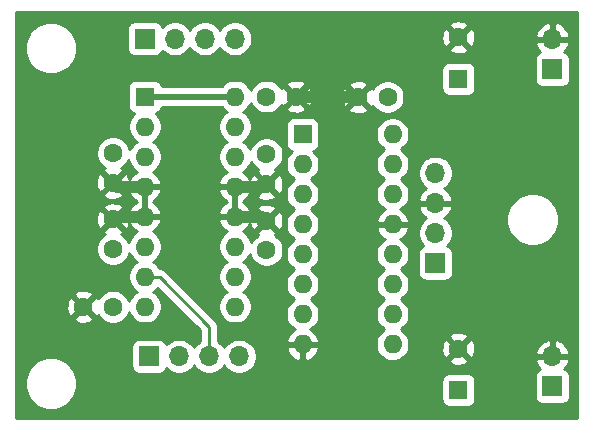
<source format=gbr>
G04 #@! TF.GenerationSoftware,KiCad,Pcbnew,(5.1.5)-3*
G04 #@! TF.CreationDate,2020-05-24T13:05:40-07:00*
G04 #@! TF.ProjectId,DAgostinoZach_L6,4441676f-7374-4696-9e6f-5a6163685f4c,rev?*
G04 #@! TF.SameCoordinates,Original*
G04 #@! TF.FileFunction,Copper,L2,Bot*
G04 #@! TF.FilePolarity,Positive*
%FSLAX46Y46*%
G04 Gerber Fmt 4.6, Leading zero omitted, Abs format (unit mm)*
G04 Created by KiCad (PCBNEW (5.1.5)-3) date 2020-05-24 13:05:40*
%MOMM*%
%LPD*%
G04 APERTURE LIST*
%ADD10O,1.600000X1.600000*%
%ADD11R,1.600000X1.600000*%
%ADD12O,1.700000X1.700000*%
%ADD13R,1.700000X1.700000*%
%ADD14C,1.600000*%
%ADD15C,0.800000*%
%ADD16C,0.500000*%
%ADD17C,0.250000*%
%ADD18C,1.000000*%
%ADD19C,0.254000*%
G04 APERTURE END LIST*
D10*
X129070000Y-57650000D03*
X121450000Y-75430000D03*
X129070000Y-60190000D03*
X121450000Y-72890000D03*
X129070000Y-62730000D03*
X121450000Y-70350000D03*
X129070000Y-65270000D03*
X121450000Y-67810000D03*
X129070000Y-67810000D03*
X121450000Y-65270000D03*
X129070000Y-70350000D03*
X121450000Y-62730000D03*
X129070000Y-72890000D03*
X121450000Y-60190000D03*
X129070000Y-75430000D03*
D11*
X121450000Y-57650000D03*
D10*
X115720000Y-54450000D03*
X108100000Y-72230000D03*
X115720000Y-56990000D03*
X108100000Y-69690000D03*
X115720000Y-59530000D03*
X108100000Y-67150000D03*
X115720000Y-62070000D03*
X108100000Y-64610000D03*
X115720000Y-64610000D03*
X108100000Y-62070000D03*
X115720000Y-67150000D03*
X108100000Y-59530000D03*
X115720000Y-69690000D03*
X108100000Y-56990000D03*
X115720000Y-72230000D03*
D11*
X108100000Y-54450000D03*
D12*
X115720000Y-49550000D03*
X113180000Y-49550000D03*
X110640000Y-49550000D03*
D13*
X108100000Y-49550000D03*
D12*
X116070000Y-76450000D03*
X113530000Y-76450000D03*
X110990000Y-76450000D03*
D13*
X108450000Y-76450000D03*
D12*
X142600000Y-76460000D03*
D13*
X142600000Y-79000000D03*
D12*
X142600000Y-49610000D03*
D13*
X142600000Y-52150000D03*
D12*
X132700000Y-60930000D03*
X132700000Y-63470000D03*
X132700000Y-66010000D03*
D13*
X132700000Y-68550000D03*
D14*
X105400000Y-61750000D03*
X105400000Y-59250000D03*
X134650000Y-75800000D03*
D11*
X134650000Y-79300000D03*
D14*
X105400000Y-64850000D03*
X105400000Y-67350000D03*
X102900000Y-72250000D03*
X105400000Y-72250000D03*
X118400000Y-64950000D03*
X118400000Y-67450000D03*
X134650000Y-49450000D03*
D11*
X134650000Y-52950000D03*
D14*
X118400000Y-61850000D03*
X118400000Y-59350000D03*
X120900000Y-54450000D03*
X118400000Y-54450000D03*
X128650000Y-54500000D03*
X126150000Y-54500000D03*
D15*
X112650000Y-55800000D03*
X110650000Y-56550000D03*
X113450000Y-68050000D03*
X111600000Y-74250000D03*
D16*
X114588630Y-54450000D02*
X108100000Y-54450000D01*
X115720000Y-54450000D02*
X114588630Y-54450000D01*
D17*
X118060000Y-64610000D02*
X118400000Y-64950000D01*
D18*
X115720000Y-64610000D02*
X118060000Y-64610000D01*
X105640000Y-64610000D02*
X105400000Y-64850000D01*
X108100000Y-64610000D02*
X105640000Y-64610000D01*
X126100000Y-54450000D02*
X126150000Y-54500000D01*
X120900000Y-54450000D02*
X126100000Y-54450000D01*
X105720000Y-62070000D02*
X105400000Y-61750000D01*
X108100000Y-62070000D02*
X105720000Y-62070000D01*
X118180000Y-62070000D02*
X118400000Y-61850000D01*
X115720000Y-62070000D02*
X118180000Y-62070000D01*
D17*
X108160000Y-69750000D02*
X108100000Y-69690000D01*
X113530000Y-76450000D02*
X113530000Y-73930000D01*
X109350000Y-69750000D02*
X108160000Y-69750000D01*
X113530000Y-73930000D02*
X109350000Y-69750000D01*
D19*
G36*
X144690000Y-81690000D02*
G01*
X97160000Y-81690000D01*
X97160000Y-78529872D01*
X97915000Y-78529872D01*
X97915000Y-78970128D01*
X98000890Y-79401925D01*
X98169369Y-79808669D01*
X98413962Y-80174729D01*
X98725271Y-80486038D01*
X99091331Y-80730631D01*
X99498075Y-80899110D01*
X99929872Y-80985000D01*
X100370128Y-80985000D01*
X100801925Y-80899110D01*
X101208669Y-80730631D01*
X101574729Y-80486038D01*
X101886038Y-80174729D01*
X102130631Y-79808669D01*
X102299110Y-79401925D01*
X102385000Y-78970128D01*
X102385000Y-78529872D01*
X102379059Y-78500000D01*
X133211928Y-78500000D01*
X133211928Y-80100000D01*
X133224188Y-80224482D01*
X133260498Y-80344180D01*
X133319463Y-80454494D01*
X133398815Y-80551185D01*
X133495506Y-80630537D01*
X133605820Y-80689502D01*
X133725518Y-80725812D01*
X133850000Y-80738072D01*
X135450000Y-80738072D01*
X135574482Y-80725812D01*
X135694180Y-80689502D01*
X135804494Y-80630537D01*
X135901185Y-80551185D01*
X135980537Y-80454494D01*
X136039502Y-80344180D01*
X136075812Y-80224482D01*
X136088072Y-80100000D01*
X136088072Y-78500000D01*
X136075812Y-78375518D01*
X136039502Y-78255820D01*
X135982940Y-78150000D01*
X141111928Y-78150000D01*
X141111928Y-79850000D01*
X141124188Y-79974482D01*
X141160498Y-80094180D01*
X141219463Y-80204494D01*
X141298815Y-80301185D01*
X141395506Y-80380537D01*
X141505820Y-80439502D01*
X141625518Y-80475812D01*
X141750000Y-80488072D01*
X143450000Y-80488072D01*
X143574482Y-80475812D01*
X143694180Y-80439502D01*
X143804494Y-80380537D01*
X143901185Y-80301185D01*
X143980537Y-80204494D01*
X144039502Y-80094180D01*
X144075812Y-79974482D01*
X144088072Y-79850000D01*
X144088072Y-78150000D01*
X144075812Y-78025518D01*
X144039502Y-77905820D01*
X143980537Y-77795506D01*
X143901185Y-77698815D01*
X143804494Y-77619463D01*
X143694180Y-77560498D01*
X143613534Y-77536034D01*
X143697588Y-77460269D01*
X143871641Y-77226920D01*
X143996825Y-76964099D01*
X144041476Y-76816890D01*
X143920155Y-76587000D01*
X142727000Y-76587000D01*
X142727000Y-76607000D01*
X142473000Y-76607000D01*
X142473000Y-76587000D01*
X141279845Y-76587000D01*
X141158524Y-76816890D01*
X141203175Y-76964099D01*
X141328359Y-77226920D01*
X141502412Y-77460269D01*
X141586466Y-77536034D01*
X141505820Y-77560498D01*
X141395506Y-77619463D01*
X141298815Y-77698815D01*
X141219463Y-77795506D01*
X141160498Y-77905820D01*
X141124188Y-78025518D01*
X141111928Y-78150000D01*
X135982940Y-78150000D01*
X135980537Y-78145506D01*
X135901185Y-78048815D01*
X135804494Y-77969463D01*
X135694180Y-77910498D01*
X135574482Y-77874188D01*
X135450000Y-77861928D01*
X133850000Y-77861928D01*
X133725518Y-77874188D01*
X133605820Y-77910498D01*
X133495506Y-77969463D01*
X133398815Y-78048815D01*
X133319463Y-78145506D01*
X133260498Y-78255820D01*
X133224188Y-78375518D01*
X133211928Y-78500000D01*
X102379059Y-78500000D01*
X102299110Y-78098075D01*
X102130631Y-77691331D01*
X101886038Y-77325271D01*
X101574729Y-77013962D01*
X101208669Y-76769369D01*
X100801925Y-76600890D01*
X100370128Y-76515000D01*
X99929872Y-76515000D01*
X99498075Y-76600890D01*
X99091331Y-76769369D01*
X98725271Y-77013962D01*
X98413962Y-77325271D01*
X98169369Y-77691331D01*
X98000890Y-78098075D01*
X97915000Y-78529872D01*
X97160000Y-78529872D01*
X97160000Y-73242702D01*
X102086903Y-73242702D01*
X102158486Y-73486671D01*
X102413996Y-73607571D01*
X102688184Y-73676300D01*
X102970512Y-73690217D01*
X103250130Y-73648787D01*
X103516292Y-73553603D01*
X103641514Y-73486671D01*
X103713097Y-73242702D01*
X102900000Y-72429605D01*
X102086903Y-73242702D01*
X97160000Y-73242702D01*
X97160000Y-72320512D01*
X101459783Y-72320512D01*
X101501213Y-72600130D01*
X101596397Y-72866292D01*
X101663329Y-72991514D01*
X101907298Y-73063097D01*
X102720395Y-72250000D01*
X103079605Y-72250000D01*
X103892702Y-73063097D01*
X104136671Y-72991514D01*
X104150324Y-72962659D01*
X104285363Y-73164759D01*
X104485241Y-73364637D01*
X104720273Y-73521680D01*
X104981426Y-73629853D01*
X105258665Y-73685000D01*
X105541335Y-73685000D01*
X105818574Y-73629853D01*
X106079727Y-73521680D01*
X106314759Y-73364637D01*
X106514637Y-73164759D01*
X106671680Y-72929727D01*
X106754142Y-72730646D01*
X106828320Y-72909727D01*
X106985363Y-73144759D01*
X107185241Y-73344637D01*
X107420273Y-73501680D01*
X107681426Y-73609853D01*
X107958665Y-73665000D01*
X108241335Y-73665000D01*
X108518574Y-73609853D01*
X108779727Y-73501680D01*
X109014759Y-73344637D01*
X109214637Y-73144759D01*
X109371680Y-72909727D01*
X109479853Y-72648574D01*
X109535000Y-72371335D01*
X109535000Y-72088665D01*
X109479853Y-71811426D01*
X109371680Y-71550273D01*
X109214637Y-71315241D01*
X109014759Y-71115363D01*
X108782241Y-70960000D01*
X109014759Y-70804637D01*
X109172297Y-70647099D01*
X112770001Y-74244803D01*
X112770001Y-75171821D01*
X112583368Y-75296525D01*
X112376525Y-75503368D01*
X112260000Y-75677760D01*
X112143475Y-75503368D01*
X111936632Y-75296525D01*
X111693411Y-75134010D01*
X111423158Y-75022068D01*
X111136260Y-74965000D01*
X110843740Y-74965000D01*
X110556842Y-75022068D01*
X110286589Y-75134010D01*
X110043368Y-75296525D01*
X109911513Y-75428380D01*
X109889502Y-75355820D01*
X109830537Y-75245506D01*
X109751185Y-75148815D01*
X109654494Y-75069463D01*
X109544180Y-75010498D01*
X109424482Y-74974188D01*
X109300000Y-74961928D01*
X107600000Y-74961928D01*
X107475518Y-74974188D01*
X107355820Y-75010498D01*
X107245506Y-75069463D01*
X107148815Y-75148815D01*
X107069463Y-75245506D01*
X107010498Y-75355820D01*
X106974188Y-75475518D01*
X106961928Y-75600000D01*
X106961928Y-77300000D01*
X106974188Y-77424482D01*
X107010498Y-77544180D01*
X107069463Y-77654494D01*
X107148815Y-77751185D01*
X107245506Y-77830537D01*
X107355820Y-77889502D01*
X107475518Y-77925812D01*
X107600000Y-77938072D01*
X109300000Y-77938072D01*
X109424482Y-77925812D01*
X109544180Y-77889502D01*
X109654494Y-77830537D01*
X109751185Y-77751185D01*
X109830537Y-77654494D01*
X109889502Y-77544180D01*
X109911513Y-77471620D01*
X110043368Y-77603475D01*
X110286589Y-77765990D01*
X110556842Y-77877932D01*
X110843740Y-77935000D01*
X111136260Y-77935000D01*
X111423158Y-77877932D01*
X111693411Y-77765990D01*
X111936632Y-77603475D01*
X112143475Y-77396632D01*
X112260000Y-77222240D01*
X112376525Y-77396632D01*
X112583368Y-77603475D01*
X112826589Y-77765990D01*
X113096842Y-77877932D01*
X113383740Y-77935000D01*
X113676260Y-77935000D01*
X113963158Y-77877932D01*
X114233411Y-77765990D01*
X114476632Y-77603475D01*
X114683475Y-77396632D01*
X114800000Y-77222240D01*
X114916525Y-77396632D01*
X115123368Y-77603475D01*
X115366589Y-77765990D01*
X115636842Y-77877932D01*
X115923740Y-77935000D01*
X116216260Y-77935000D01*
X116503158Y-77877932D01*
X116773411Y-77765990D01*
X117016632Y-77603475D01*
X117223475Y-77396632D01*
X117385990Y-77153411D01*
X117497932Y-76883158D01*
X117555000Y-76596260D01*
X117555000Y-76303740D01*
X117497932Y-76016842D01*
X117399432Y-75779039D01*
X120058096Y-75779039D01*
X120098754Y-75913087D01*
X120218963Y-76167420D01*
X120386481Y-76393414D01*
X120594869Y-76582385D01*
X120836119Y-76727070D01*
X121100960Y-76821909D01*
X121323000Y-76700624D01*
X121323000Y-75557000D01*
X121577000Y-75557000D01*
X121577000Y-76700624D01*
X121799040Y-76821909D01*
X122063881Y-76727070D01*
X122305131Y-76582385D01*
X122513519Y-76393414D01*
X122681037Y-76167420D01*
X122801246Y-75913087D01*
X122841904Y-75779039D01*
X122719915Y-75557000D01*
X121577000Y-75557000D01*
X121323000Y-75557000D01*
X120180085Y-75557000D01*
X120058096Y-75779039D01*
X117399432Y-75779039D01*
X117385990Y-75746589D01*
X117223475Y-75503368D01*
X117016632Y-75296525D01*
X116773411Y-75134010D01*
X116503158Y-75022068D01*
X116216260Y-74965000D01*
X115923740Y-74965000D01*
X115636842Y-75022068D01*
X115366589Y-75134010D01*
X115123368Y-75296525D01*
X114916525Y-75503368D01*
X114800000Y-75677760D01*
X114683475Y-75503368D01*
X114476632Y-75296525D01*
X114290000Y-75171822D01*
X114290000Y-73967325D01*
X114293676Y-73930000D01*
X114290000Y-73892675D01*
X114290000Y-73892667D01*
X114279003Y-73781014D01*
X114235546Y-73637753D01*
X114164974Y-73505724D01*
X114070001Y-73389999D01*
X114041003Y-73366201D01*
X109913804Y-69239003D01*
X109890001Y-69209999D01*
X109774276Y-69115026D01*
X109642247Y-69044454D01*
X109498986Y-69000997D01*
X109387333Y-68990000D01*
X109387322Y-68990000D01*
X109356078Y-68986923D01*
X109214637Y-68775241D01*
X109014759Y-68575363D01*
X108782241Y-68420000D01*
X109014759Y-68264637D01*
X109214637Y-68064759D01*
X109371680Y-67829727D01*
X109479853Y-67568574D01*
X109535000Y-67291335D01*
X109535000Y-67008665D01*
X109479853Y-66731426D01*
X109371680Y-66470273D01*
X109214637Y-66235241D01*
X109014759Y-66035363D01*
X108779727Y-65878320D01*
X108769135Y-65873933D01*
X108955131Y-65762385D01*
X109163519Y-65573414D01*
X109331037Y-65347420D01*
X109451246Y-65093087D01*
X109491904Y-64959039D01*
X109369915Y-64737000D01*
X108227000Y-64737000D01*
X108227000Y-64757000D01*
X107973000Y-64757000D01*
X107973000Y-64737000D01*
X107953000Y-64737000D01*
X107953000Y-64483000D01*
X107973000Y-64483000D01*
X107973000Y-62197000D01*
X108227000Y-62197000D01*
X108227000Y-64483000D01*
X109369915Y-64483000D01*
X109491904Y-64260961D01*
X109451246Y-64126913D01*
X109331037Y-63872580D01*
X109163519Y-63646586D01*
X108955131Y-63457615D01*
X108759018Y-63340000D01*
X108955131Y-63222385D01*
X109163519Y-63033414D01*
X109331037Y-62807420D01*
X109451246Y-62553087D01*
X109491904Y-62419039D01*
X114328096Y-62419039D01*
X114368754Y-62553087D01*
X114488963Y-62807420D01*
X114656481Y-63033414D01*
X114864869Y-63222385D01*
X115060982Y-63340000D01*
X114864869Y-63457615D01*
X114656481Y-63646586D01*
X114488963Y-63872580D01*
X114368754Y-64126913D01*
X114328096Y-64260961D01*
X114450085Y-64483000D01*
X115593000Y-64483000D01*
X115593000Y-62197000D01*
X114450085Y-62197000D01*
X114328096Y-62419039D01*
X109491904Y-62419039D01*
X109369915Y-62197000D01*
X108227000Y-62197000D01*
X107973000Y-62197000D01*
X107953000Y-62197000D01*
X107953000Y-61943000D01*
X107973000Y-61943000D01*
X107973000Y-61923000D01*
X108227000Y-61923000D01*
X108227000Y-61943000D01*
X109369915Y-61943000D01*
X109491904Y-61720961D01*
X109451246Y-61586913D01*
X109331037Y-61332580D01*
X109163519Y-61106586D01*
X108955131Y-60917615D01*
X108769135Y-60806067D01*
X108779727Y-60801680D01*
X109014759Y-60644637D01*
X109214637Y-60444759D01*
X109371680Y-60209727D01*
X109479853Y-59948574D01*
X109535000Y-59671335D01*
X109535000Y-59388665D01*
X109479853Y-59111426D01*
X109371680Y-58850273D01*
X109214637Y-58615241D01*
X109014759Y-58415363D01*
X108782241Y-58260000D01*
X109014759Y-58104637D01*
X109214637Y-57904759D01*
X109371680Y-57669727D01*
X109479853Y-57408574D01*
X109535000Y-57131335D01*
X109535000Y-56848665D01*
X109479853Y-56571426D01*
X109371680Y-56310273D01*
X109214637Y-56075241D01*
X109016039Y-55876643D01*
X109024482Y-55875812D01*
X109144180Y-55839502D01*
X109254494Y-55780537D01*
X109351185Y-55701185D01*
X109430537Y-55604494D01*
X109489502Y-55494180D01*
X109525812Y-55374482D01*
X109529701Y-55335000D01*
X114585479Y-55335000D01*
X114605363Y-55364759D01*
X114805241Y-55564637D01*
X115037759Y-55720000D01*
X114805241Y-55875363D01*
X114605363Y-56075241D01*
X114448320Y-56310273D01*
X114340147Y-56571426D01*
X114285000Y-56848665D01*
X114285000Y-57131335D01*
X114340147Y-57408574D01*
X114448320Y-57669727D01*
X114605363Y-57904759D01*
X114805241Y-58104637D01*
X115037759Y-58260000D01*
X114805241Y-58415363D01*
X114605363Y-58615241D01*
X114448320Y-58850273D01*
X114340147Y-59111426D01*
X114285000Y-59388665D01*
X114285000Y-59671335D01*
X114340147Y-59948574D01*
X114448320Y-60209727D01*
X114605363Y-60444759D01*
X114805241Y-60644637D01*
X115040273Y-60801680D01*
X115050865Y-60806067D01*
X114864869Y-60917615D01*
X114656481Y-61106586D01*
X114488963Y-61332580D01*
X114368754Y-61586913D01*
X114328096Y-61720961D01*
X114450085Y-61943000D01*
X115593000Y-61943000D01*
X115593000Y-61923000D01*
X115847000Y-61923000D01*
X115847000Y-61943000D01*
X115867000Y-61943000D01*
X115867000Y-62197000D01*
X115847000Y-62197000D01*
X115847000Y-64483000D01*
X115867000Y-64483000D01*
X115867000Y-64737000D01*
X115847000Y-64737000D01*
X115847000Y-64757000D01*
X115593000Y-64757000D01*
X115593000Y-64737000D01*
X114450085Y-64737000D01*
X114328096Y-64959039D01*
X114368754Y-65093087D01*
X114488963Y-65347420D01*
X114656481Y-65573414D01*
X114864869Y-65762385D01*
X115050865Y-65873933D01*
X115040273Y-65878320D01*
X114805241Y-66035363D01*
X114605363Y-66235241D01*
X114448320Y-66470273D01*
X114340147Y-66731426D01*
X114285000Y-67008665D01*
X114285000Y-67291335D01*
X114340147Y-67568574D01*
X114448320Y-67829727D01*
X114605363Y-68064759D01*
X114805241Y-68264637D01*
X115037759Y-68420000D01*
X114805241Y-68575363D01*
X114605363Y-68775241D01*
X114448320Y-69010273D01*
X114340147Y-69271426D01*
X114285000Y-69548665D01*
X114285000Y-69831335D01*
X114340147Y-70108574D01*
X114448320Y-70369727D01*
X114605363Y-70604759D01*
X114805241Y-70804637D01*
X115037759Y-70960000D01*
X114805241Y-71115363D01*
X114605363Y-71315241D01*
X114448320Y-71550273D01*
X114340147Y-71811426D01*
X114285000Y-72088665D01*
X114285000Y-72371335D01*
X114340147Y-72648574D01*
X114448320Y-72909727D01*
X114605363Y-73144759D01*
X114805241Y-73344637D01*
X115040273Y-73501680D01*
X115301426Y-73609853D01*
X115578665Y-73665000D01*
X115861335Y-73665000D01*
X116138574Y-73609853D01*
X116399727Y-73501680D01*
X116634759Y-73344637D01*
X116834637Y-73144759D01*
X116991680Y-72909727D01*
X117099853Y-72648574D01*
X117155000Y-72371335D01*
X117155000Y-72088665D01*
X117099853Y-71811426D01*
X116991680Y-71550273D01*
X116834637Y-71315241D01*
X116634759Y-71115363D01*
X116402241Y-70960000D01*
X116634759Y-70804637D01*
X116834637Y-70604759D01*
X116991680Y-70369727D01*
X117099853Y-70108574D01*
X117155000Y-69831335D01*
X117155000Y-69548665D01*
X117099853Y-69271426D01*
X116991680Y-69010273D01*
X116834637Y-68775241D01*
X116634759Y-68575363D01*
X116402241Y-68420000D01*
X116634759Y-68264637D01*
X116834637Y-68064759D01*
X116991680Y-67829727D01*
X117005691Y-67795901D01*
X117020147Y-67868574D01*
X117128320Y-68129727D01*
X117285363Y-68364759D01*
X117485241Y-68564637D01*
X117720273Y-68721680D01*
X117981426Y-68829853D01*
X118258665Y-68885000D01*
X118541335Y-68885000D01*
X118818574Y-68829853D01*
X119079727Y-68721680D01*
X119314759Y-68564637D01*
X119514637Y-68364759D01*
X119671680Y-68129727D01*
X119779853Y-67868574D01*
X119835000Y-67591335D01*
X119835000Y-67308665D01*
X119779853Y-67031426D01*
X119671680Y-66770273D01*
X119514637Y-66535241D01*
X119314759Y-66335363D01*
X119114131Y-66201308D01*
X119141514Y-66186671D01*
X119213097Y-65942702D01*
X118400000Y-65129605D01*
X117586903Y-65942702D01*
X117658486Y-66186671D01*
X117687341Y-66200324D01*
X117485241Y-66335363D01*
X117285363Y-66535241D01*
X117128320Y-66770273D01*
X117114309Y-66804099D01*
X117099853Y-66731426D01*
X116991680Y-66470273D01*
X116834637Y-66235241D01*
X116634759Y-66035363D01*
X116399727Y-65878320D01*
X116389135Y-65873933D01*
X116575131Y-65762385D01*
X116783519Y-65573414D01*
X116951037Y-65347420D01*
X116994572Y-65255310D01*
X117001213Y-65300130D01*
X117096397Y-65566292D01*
X117163329Y-65691514D01*
X117407298Y-65763097D01*
X118220395Y-64950000D01*
X118579605Y-64950000D01*
X119392702Y-65763097D01*
X119636671Y-65691514D01*
X119757571Y-65436004D01*
X119826300Y-65161816D01*
X119840217Y-64879488D01*
X119798787Y-64599870D01*
X119703603Y-64333708D01*
X119636671Y-64208486D01*
X119392702Y-64136903D01*
X118579605Y-64950000D01*
X118220395Y-64950000D01*
X117407298Y-64136903D01*
X117163329Y-64208486D01*
X117042429Y-64463996D01*
X117037666Y-64482998D01*
X116989916Y-64482998D01*
X117111904Y-64260961D01*
X117071246Y-64126913D01*
X116991079Y-63957298D01*
X117586903Y-63957298D01*
X118400000Y-64770395D01*
X119213097Y-63957298D01*
X119141514Y-63713329D01*
X118886004Y-63592429D01*
X118611816Y-63523700D01*
X118329488Y-63509783D01*
X118049870Y-63551213D01*
X117783708Y-63646397D01*
X117658486Y-63713329D01*
X117586903Y-63957298D01*
X116991079Y-63957298D01*
X116951037Y-63872580D01*
X116783519Y-63646586D01*
X116575131Y-63457615D01*
X116379018Y-63340000D01*
X116575131Y-63222385D01*
X116783519Y-63033414D01*
X116924884Y-62842702D01*
X117586903Y-62842702D01*
X117658486Y-63086671D01*
X117913996Y-63207571D01*
X118188184Y-63276300D01*
X118470512Y-63290217D01*
X118750130Y-63248787D01*
X119016292Y-63153603D01*
X119141514Y-63086671D01*
X119213097Y-62842702D01*
X118400000Y-62029605D01*
X117586903Y-62842702D01*
X116924884Y-62842702D01*
X116951037Y-62807420D01*
X117071246Y-62553087D01*
X117097146Y-62467694D01*
X117163329Y-62591514D01*
X117407298Y-62663097D01*
X118220395Y-61850000D01*
X118579605Y-61850000D01*
X119392702Y-62663097D01*
X119636671Y-62591514D01*
X119757571Y-62336004D01*
X119826300Y-62061816D01*
X119840217Y-61779488D01*
X119798787Y-61499870D01*
X119703603Y-61233708D01*
X119636671Y-61108486D01*
X119392702Y-61036903D01*
X118579605Y-61850000D01*
X118220395Y-61850000D01*
X117407298Y-61036903D01*
X117163329Y-61108486D01*
X117042429Y-61363996D01*
X117015903Y-61469820D01*
X116951037Y-61332580D01*
X116783519Y-61106586D01*
X116575131Y-60917615D01*
X116389135Y-60806067D01*
X116399727Y-60801680D01*
X116634759Y-60644637D01*
X116834637Y-60444759D01*
X116991680Y-60209727D01*
X117097279Y-59954788D01*
X117128320Y-60029727D01*
X117285363Y-60264759D01*
X117485241Y-60464637D01*
X117685869Y-60598692D01*
X117658486Y-60613329D01*
X117586903Y-60857298D01*
X118400000Y-61670395D01*
X119213097Y-60857298D01*
X119141514Y-60613329D01*
X119112659Y-60599676D01*
X119314759Y-60464637D01*
X119514637Y-60264759D01*
X119671680Y-60029727D01*
X119779853Y-59768574D01*
X119835000Y-59491335D01*
X119835000Y-59208665D01*
X119779853Y-58931426D01*
X119671680Y-58670273D01*
X119514637Y-58435241D01*
X119314759Y-58235363D01*
X119079727Y-58078320D01*
X118818574Y-57970147D01*
X118541335Y-57915000D01*
X118258665Y-57915000D01*
X117981426Y-57970147D01*
X117720273Y-58078320D01*
X117485241Y-58235363D01*
X117285363Y-58435241D01*
X117128320Y-58670273D01*
X117022721Y-58925212D01*
X116991680Y-58850273D01*
X116834637Y-58615241D01*
X116634759Y-58415363D01*
X116402241Y-58260000D01*
X116634759Y-58104637D01*
X116834637Y-57904759D01*
X116991680Y-57669727D01*
X117099853Y-57408574D01*
X117155000Y-57131335D01*
X117155000Y-56850000D01*
X120011928Y-56850000D01*
X120011928Y-58450000D01*
X120024188Y-58574482D01*
X120060498Y-58694180D01*
X120119463Y-58804494D01*
X120198815Y-58901185D01*
X120295506Y-58980537D01*
X120405820Y-59039502D01*
X120525518Y-59075812D01*
X120533961Y-59076643D01*
X120335363Y-59275241D01*
X120178320Y-59510273D01*
X120070147Y-59771426D01*
X120015000Y-60048665D01*
X120015000Y-60331335D01*
X120070147Y-60608574D01*
X120178320Y-60869727D01*
X120335363Y-61104759D01*
X120535241Y-61304637D01*
X120767759Y-61460000D01*
X120535241Y-61615363D01*
X120335363Y-61815241D01*
X120178320Y-62050273D01*
X120070147Y-62311426D01*
X120015000Y-62588665D01*
X120015000Y-62871335D01*
X120070147Y-63148574D01*
X120178320Y-63409727D01*
X120335363Y-63644759D01*
X120535241Y-63844637D01*
X120767759Y-64000000D01*
X120535241Y-64155363D01*
X120335363Y-64355241D01*
X120178320Y-64590273D01*
X120070147Y-64851426D01*
X120015000Y-65128665D01*
X120015000Y-65411335D01*
X120070147Y-65688574D01*
X120178320Y-65949727D01*
X120335363Y-66184759D01*
X120535241Y-66384637D01*
X120767759Y-66540000D01*
X120535241Y-66695363D01*
X120335363Y-66895241D01*
X120178320Y-67130273D01*
X120070147Y-67391426D01*
X120015000Y-67668665D01*
X120015000Y-67951335D01*
X120070147Y-68228574D01*
X120178320Y-68489727D01*
X120335363Y-68724759D01*
X120535241Y-68924637D01*
X120767759Y-69080000D01*
X120535241Y-69235363D01*
X120335363Y-69435241D01*
X120178320Y-69670273D01*
X120070147Y-69931426D01*
X120015000Y-70208665D01*
X120015000Y-70491335D01*
X120070147Y-70768574D01*
X120178320Y-71029727D01*
X120335363Y-71264759D01*
X120535241Y-71464637D01*
X120767759Y-71620000D01*
X120535241Y-71775363D01*
X120335363Y-71975241D01*
X120178320Y-72210273D01*
X120070147Y-72471426D01*
X120015000Y-72748665D01*
X120015000Y-73031335D01*
X120070147Y-73308574D01*
X120178320Y-73569727D01*
X120335363Y-73804759D01*
X120535241Y-74004637D01*
X120770273Y-74161680D01*
X120780865Y-74166067D01*
X120594869Y-74277615D01*
X120386481Y-74466586D01*
X120218963Y-74692580D01*
X120098754Y-74946913D01*
X120058096Y-75080961D01*
X120180085Y-75303000D01*
X121323000Y-75303000D01*
X121323000Y-75283000D01*
X121577000Y-75283000D01*
X121577000Y-75303000D01*
X122719915Y-75303000D01*
X122841904Y-75080961D01*
X122801246Y-74946913D01*
X122681037Y-74692580D01*
X122513519Y-74466586D01*
X122305131Y-74277615D01*
X122119135Y-74166067D01*
X122129727Y-74161680D01*
X122364759Y-74004637D01*
X122564637Y-73804759D01*
X122721680Y-73569727D01*
X122829853Y-73308574D01*
X122885000Y-73031335D01*
X122885000Y-72748665D01*
X122829853Y-72471426D01*
X122721680Y-72210273D01*
X122564637Y-71975241D01*
X122364759Y-71775363D01*
X122132241Y-71620000D01*
X122364759Y-71464637D01*
X122564637Y-71264759D01*
X122721680Y-71029727D01*
X122829853Y-70768574D01*
X122885000Y-70491335D01*
X122885000Y-70208665D01*
X122829853Y-69931426D01*
X122721680Y-69670273D01*
X122564637Y-69435241D01*
X122364759Y-69235363D01*
X122132241Y-69080000D01*
X122364759Y-68924637D01*
X122564637Y-68724759D01*
X122721680Y-68489727D01*
X122829853Y-68228574D01*
X122885000Y-67951335D01*
X122885000Y-67668665D01*
X127635000Y-67668665D01*
X127635000Y-67951335D01*
X127690147Y-68228574D01*
X127798320Y-68489727D01*
X127955363Y-68724759D01*
X128155241Y-68924637D01*
X128387759Y-69080000D01*
X128155241Y-69235363D01*
X127955363Y-69435241D01*
X127798320Y-69670273D01*
X127690147Y-69931426D01*
X127635000Y-70208665D01*
X127635000Y-70491335D01*
X127690147Y-70768574D01*
X127798320Y-71029727D01*
X127955363Y-71264759D01*
X128155241Y-71464637D01*
X128387759Y-71620000D01*
X128155241Y-71775363D01*
X127955363Y-71975241D01*
X127798320Y-72210273D01*
X127690147Y-72471426D01*
X127635000Y-72748665D01*
X127635000Y-73031335D01*
X127690147Y-73308574D01*
X127798320Y-73569727D01*
X127955363Y-73804759D01*
X128155241Y-74004637D01*
X128387759Y-74160000D01*
X128155241Y-74315363D01*
X127955363Y-74515241D01*
X127798320Y-74750273D01*
X127690147Y-75011426D01*
X127635000Y-75288665D01*
X127635000Y-75571335D01*
X127690147Y-75848574D01*
X127798320Y-76109727D01*
X127955363Y-76344759D01*
X128155241Y-76544637D01*
X128390273Y-76701680D01*
X128651426Y-76809853D01*
X128928665Y-76865000D01*
X129211335Y-76865000D01*
X129488574Y-76809853D01*
X129529980Y-76792702D01*
X133836903Y-76792702D01*
X133908486Y-77036671D01*
X134163996Y-77157571D01*
X134438184Y-77226300D01*
X134720512Y-77240217D01*
X135000130Y-77198787D01*
X135266292Y-77103603D01*
X135391514Y-77036671D01*
X135463097Y-76792702D01*
X134650000Y-75979605D01*
X133836903Y-76792702D01*
X129529980Y-76792702D01*
X129749727Y-76701680D01*
X129984759Y-76544637D01*
X130184637Y-76344759D01*
X130341680Y-76109727D01*
X130440765Y-75870512D01*
X133209783Y-75870512D01*
X133251213Y-76150130D01*
X133346397Y-76416292D01*
X133413329Y-76541514D01*
X133657298Y-76613097D01*
X134470395Y-75800000D01*
X134829605Y-75800000D01*
X135642702Y-76613097D01*
X135886671Y-76541514D01*
X136007571Y-76286004D01*
X136053415Y-76103110D01*
X141158524Y-76103110D01*
X141279845Y-76333000D01*
X142473000Y-76333000D01*
X142473000Y-75139186D01*
X142727000Y-75139186D01*
X142727000Y-76333000D01*
X143920155Y-76333000D01*
X144041476Y-76103110D01*
X143996825Y-75955901D01*
X143871641Y-75693080D01*
X143697588Y-75459731D01*
X143481355Y-75264822D01*
X143231252Y-75115843D01*
X142956891Y-75018519D01*
X142727000Y-75139186D01*
X142473000Y-75139186D01*
X142243109Y-75018519D01*
X141968748Y-75115843D01*
X141718645Y-75264822D01*
X141502412Y-75459731D01*
X141328359Y-75693080D01*
X141203175Y-75955901D01*
X141158524Y-76103110D01*
X136053415Y-76103110D01*
X136076300Y-76011816D01*
X136090217Y-75729488D01*
X136048787Y-75449870D01*
X135953603Y-75183708D01*
X135886671Y-75058486D01*
X135642702Y-74986903D01*
X134829605Y-75800000D01*
X134470395Y-75800000D01*
X133657298Y-74986903D01*
X133413329Y-75058486D01*
X133292429Y-75313996D01*
X133223700Y-75588184D01*
X133209783Y-75870512D01*
X130440765Y-75870512D01*
X130449853Y-75848574D01*
X130505000Y-75571335D01*
X130505000Y-75288665D01*
X130449853Y-75011426D01*
X130365301Y-74807298D01*
X133836903Y-74807298D01*
X134650000Y-75620395D01*
X135463097Y-74807298D01*
X135391514Y-74563329D01*
X135136004Y-74442429D01*
X134861816Y-74373700D01*
X134579488Y-74359783D01*
X134299870Y-74401213D01*
X134033708Y-74496397D01*
X133908486Y-74563329D01*
X133836903Y-74807298D01*
X130365301Y-74807298D01*
X130341680Y-74750273D01*
X130184637Y-74515241D01*
X129984759Y-74315363D01*
X129752241Y-74160000D01*
X129984759Y-74004637D01*
X130184637Y-73804759D01*
X130341680Y-73569727D01*
X130449853Y-73308574D01*
X130505000Y-73031335D01*
X130505000Y-72748665D01*
X130449853Y-72471426D01*
X130341680Y-72210273D01*
X130184637Y-71975241D01*
X129984759Y-71775363D01*
X129752241Y-71620000D01*
X129984759Y-71464637D01*
X130184637Y-71264759D01*
X130341680Y-71029727D01*
X130449853Y-70768574D01*
X130505000Y-70491335D01*
X130505000Y-70208665D01*
X130449853Y-69931426D01*
X130341680Y-69670273D01*
X130184637Y-69435241D01*
X129984759Y-69235363D01*
X129752241Y-69080000D01*
X129984759Y-68924637D01*
X130184637Y-68724759D01*
X130341680Y-68489727D01*
X130449853Y-68228574D01*
X130505000Y-67951335D01*
X130505000Y-67700000D01*
X131211928Y-67700000D01*
X131211928Y-69400000D01*
X131224188Y-69524482D01*
X131260498Y-69644180D01*
X131319463Y-69754494D01*
X131398815Y-69851185D01*
X131495506Y-69930537D01*
X131605820Y-69989502D01*
X131725518Y-70025812D01*
X131850000Y-70038072D01*
X133550000Y-70038072D01*
X133674482Y-70025812D01*
X133794180Y-69989502D01*
X133904494Y-69930537D01*
X134001185Y-69851185D01*
X134080537Y-69754494D01*
X134139502Y-69644180D01*
X134175812Y-69524482D01*
X134188072Y-69400000D01*
X134188072Y-67700000D01*
X134175812Y-67575518D01*
X134139502Y-67455820D01*
X134080537Y-67345506D01*
X134001185Y-67248815D01*
X133904494Y-67169463D01*
X133794180Y-67110498D01*
X133721620Y-67088487D01*
X133853475Y-66956632D01*
X134015990Y-66713411D01*
X134127932Y-66443158D01*
X134185000Y-66156260D01*
X134185000Y-65863740D01*
X134127932Y-65576842D01*
X134015990Y-65306589D01*
X133853475Y-65063368D01*
X133646632Y-64856525D01*
X133464466Y-64734805D01*
X133581355Y-64665178D01*
X133620523Y-64629872D01*
X138715000Y-64629872D01*
X138715000Y-65070128D01*
X138800890Y-65501925D01*
X138969369Y-65908669D01*
X139213962Y-66274729D01*
X139525271Y-66586038D01*
X139891331Y-66830631D01*
X140298075Y-66999110D01*
X140729872Y-67085000D01*
X141170128Y-67085000D01*
X141601925Y-66999110D01*
X142008669Y-66830631D01*
X142374729Y-66586038D01*
X142686038Y-66274729D01*
X142930631Y-65908669D01*
X143099110Y-65501925D01*
X143185000Y-65070128D01*
X143185000Y-64629872D01*
X143099110Y-64198075D01*
X142930631Y-63791331D01*
X142686038Y-63425271D01*
X142374729Y-63113962D01*
X142008669Y-62869369D01*
X141601925Y-62700890D01*
X141170128Y-62615000D01*
X140729872Y-62615000D01*
X140298075Y-62700890D01*
X139891331Y-62869369D01*
X139525271Y-63113962D01*
X139213962Y-63425271D01*
X138969369Y-63791331D01*
X138800890Y-64198075D01*
X138715000Y-64629872D01*
X133620523Y-64629872D01*
X133797588Y-64470269D01*
X133971641Y-64236920D01*
X134096825Y-63974099D01*
X134141476Y-63826890D01*
X134020155Y-63597000D01*
X132827000Y-63597000D01*
X132827000Y-63617000D01*
X132573000Y-63617000D01*
X132573000Y-63597000D01*
X131379845Y-63597000D01*
X131258524Y-63826890D01*
X131303175Y-63974099D01*
X131428359Y-64236920D01*
X131602412Y-64470269D01*
X131818645Y-64665178D01*
X131935534Y-64734805D01*
X131753368Y-64856525D01*
X131546525Y-65063368D01*
X131384010Y-65306589D01*
X131272068Y-65576842D01*
X131215000Y-65863740D01*
X131215000Y-66156260D01*
X131272068Y-66443158D01*
X131384010Y-66713411D01*
X131546525Y-66956632D01*
X131678380Y-67088487D01*
X131605820Y-67110498D01*
X131495506Y-67169463D01*
X131398815Y-67248815D01*
X131319463Y-67345506D01*
X131260498Y-67455820D01*
X131224188Y-67575518D01*
X131211928Y-67700000D01*
X130505000Y-67700000D01*
X130505000Y-67668665D01*
X130449853Y-67391426D01*
X130341680Y-67130273D01*
X130184637Y-66895241D01*
X129984759Y-66695363D01*
X129749727Y-66538320D01*
X129739135Y-66533933D01*
X129925131Y-66422385D01*
X130133519Y-66233414D01*
X130301037Y-66007420D01*
X130421246Y-65753087D01*
X130461904Y-65619039D01*
X130339915Y-65397000D01*
X129197000Y-65397000D01*
X129197000Y-65417000D01*
X128943000Y-65417000D01*
X128943000Y-65397000D01*
X127800085Y-65397000D01*
X127678096Y-65619039D01*
X127718754Y-65753087D01*
X127838963Y-66007420D01*
X128006481Y-66233414D01*
X128214869Y-66422385D01*
X128400865Y-66533933D01*
X128390273Y-66538320D01*
X128155241Y-66695363D01*
X127955363Y-66895241D01*
X127798320Y-67130273D01*
X127690147Y-67391426D01*
X127635000Y-67668665D01*
X122885000Y-67668665D01*
X122829853Y-67391426D01*
X122721680Y-67130273D01*
X122564637Y-66895241D01*
X122364759Y-66695363D01*
X122132241Y-66540000D01*
X122364759Y-66384637D01*
X122564637Y-66184759D01*
X122721680Y-65949727D01*
X122829853Y-65688574D01*
X122885000Y-65411335D01*
X122885000Y-65128665D01*
X122829853Y-64851426D01*
X122721680Y-64590273D01*
X122564637Y-64355241D01*
X122364759Y-64155363D01*
X122132241Y-64000000D01*
X122364759Y-63844637D01*
X122564637Y-63644759D01*
X122721680Y-63409727D01*
X122829853Y-63148574D01*
X122885000Y-62871335D01*
X122885000Y-62588665D01*
X122829853Y-62311426D01*
X122721680Y-62050273D01*
X122564637Y-61815241D01*
X122364759Y-61615363D01*
X122132241Y-61460000D01*
X122364759Y-61304637D01*
X122564637Y-61104759D01*
X122721680Y-60869727D01*
X122829853Y-60608574D01*
X122885000Y-60331335D01*
X122885000Y-60048665D01*
X122829853Y-59771426D01*
X122721680Y-59510273D01*
X122564637Y-59275241D01*
X122366039Y-59076643D01*
X122374482Y-59075812D01*
X122494180Y-59039502D01*
X122604494Y-58980537D01*
X122701185Y-58901185D01*
X122780537Y-58804494D01*
X122839502Y-58694180D01*
X122875812Y-58574482D01*
X122888072Y-58450000D01*
X122888072Y-57508665D01*
X127635000Y-57508665D01*
X127635000Y-57791335D01*
X127690147Y-58068574D01*
X127798320Y-58329727D01*
X127955363Y-58564759D01*
X128155241Y-58764637D01*
X128387759Y-58920000D01*
X128155241Y-59075363D01*
X127955363Y-59275241D01*
X127798320Y-59510273D01*
X127690147Y-59771426D01*
X127635000Y-60048665D01*
X127635000Y-60331335D01*
X127690147Y-60608574D01*
X127798320Y-60869727D01*
X127955363Y-61104759D01*
X128155241Y-61304637D01*
X128387759Y-61460000D01*
X128155241Y-61615363D01*
X127955363Y-61815241D01*
X127798320Y-62050273D01*
X127690147Y-62311426D01*
X127635000Y-62588665D01*
X127635000Y-62871335D01*
X127690147Y-63148574D01*
X127798320Y-63409727D01*
X127955363Y-63644759D01*
X128155241Y-63844637D01*
X128390273Y-64001680D01*
X128400865Y-64006067D01*
X128214869Y-64117615D01*
X128006481Y-64306586D01*
X127838963Y-64532580D01*
X127718754Y-64786913D01*
X127678096Y-64920961D01*
X127800085Y-65143000D01*
X128943000Y-65143000D01*
X128943000Y-65123000D01*
X129197000Y-65123000D01*
X129197000Y-65143000D01*
X130339915Y-65143000D01*
X130461904Y-64920961D01*
X130421246Y-64786913D01*
X130301037Y-64532580D01*
X130133519Y-64306586D01*
X129925131Y-64117615D01*
X129739135Y-64006067D01*
X129749727Y-64001680D01*
X129984759Y-63844637D01*
X130184637Y-63644759D01*
X130341680Y-63409727D01*
X130449853Y-63148574D01*
X130505000Y-62871335D01*
X130505000Y-62588665D01*
X130449853Y-62311426D01*
X130341680Y-62050273D01*
X130184637Y-61815241D01*
X129984759Y-61615363D01*
X129752241Y-61460000D01*
X129984759Y-61304637D01*
X130184637Y-61104759D01*
X130341680Y-60869727D01*
X130377296Y-60783740D01*
X131215000Y-60783740D01*
X131215000Y-61076260D01*
X131272068Y-61363158D01*
X131384010Y-61633411D01*
X131546525Y-61876632D01*
X131753368Y-62083475D01*
X131935534Y-62205195D01*
X131818645Y-62274822D01*
X131602412Y-62469731D01*
X131428359Y-62703080D01*
X131303175Y-62965901D01*
X131258524Y-63113110D01*
X131379845Y-63343000D01*
X132573000Y-63343000D01*
X132573000Y-63323000D01*
X132827000Y-63323000D01*
X132827000Y-63343000D01*
X134020155Y-63343000D01*
X134141476Y-63113110D01*
X134096825Y-62965901D01*
X133971641Y-62703080D01*
X133797588Y-62469731D01*
X133581355Y-62274822D01*
X133464466Y-62205195D01*
X133646632Y-62083475D01*
X133853475Y-61876632D01*
X134015990Y-61633411D01*
X134127932Y-61363158D01*
X134185000Y-61076260D01*
X134185000Y-60783740D01*
X134127932Y-60496842D01*
X134015990Y-60226589D01*
X133853475Y-59983368D01*
X133646632Y-59776525D01*
X133403411Y-59614010D01*
X133133158Y-59502068D01*
X132846260Y-59445000D01*
X132553740Y-59445000D01*
X132266842Y-59502068D01*
X131996589Y-59614010D01*
X131753368Y-59776525D01*
X131546525Y-59983368D01*
X131384010Y-60226589D01*
X131272068Y-60496842D01*
X131215000Y-60783740D01*
X130377296Y-60783740D01*
X130449853Y-60608574D01*
X130505000Y-60331335D01*
X130505000Y-60048665D01*
X130449853Y-59771426D01*
X130341680Y-59510273D01*
X130184637Y-59275241D01*
X129984759Y-59075363D01*
X129752241Y-58920000D01*
X129984759Y-58764637D01*
X130184637Y-58564759D01*
X130341680Y-58329727D01*
X130449853Y-58068574D01*
X130505000Y-57791335D01*
X130505000Y-57508665D01*
X130449853Y-57231426D01*
X130341680Y-56970273D01*
X130184637Y-56735241D01*
X129984759Y-56535363D01*
X129749727Y-56378320D01*
X129488574Y-56270147D01*
X129211335Y-56215000D01*
X128928665Y-56215000D01*
X128651426Y-56270147D01*
X128390273Y-56378320D01*
X128155241Y-56535363D01*
X127955363Y-56735241D01*
X127798320Y-56970273D01*
X127690147Y-57231426D01*
X127635000Y-57508665D01*
X122888072Y-57508665D01*
X122888072Y-56850000D01*
X122875812Y-56725518D01*
X122839502Y-56605820D01*
X122780537Y-56495506D01*
X122701185Y-56398815D01*
X122604494Y-56319463D01*
X122494180Y-56260498D01*
X122374482Y-56224188D01*
X122250000Y-56211928D01*
X120650000Y-56211928D01*
X120525518Y-56224188D01*
X120405820Y-56260498D01*
X120295506Y-56319463D01*
X120198815Y-56398815D01*
X120119463Y-56495506D01*
X120060498Y-56605820D01*
X120024188Y-56725518D01*
X120011928Y-56850000D01*
X117155000Y-56850000D01*
X117155000Y-56848665D01*
X117099853Y-56571426D01*
X116991680Y-56310273D01*
X116834637Y-56075241D01*
X116634759Y-55875363D01*
X116402241Y-55720000D01*
X116634759Y-55564637D01*
X116834637Y-55364759D01*
X116991680Y-55129727D01*
X117060000Y-54964788D01*
X117128320Y-55129727D01*
X117285363Y-55364759D01*
X117485241Y-55564637D01*
X117720273Y-55721680D01*
X117981426Y-55829853D01*
X118258665Y-55885000D01*
X118541335Y-55885000D01*
X118818574Y-55829853D01*
X119079727Y-55721680D01*
X119314759Y-55564637D01*
X119436694Y-55442702D01*
X120086903Y-55442702D01*
X120158486Y-55686671D01*
X120413996Y-55807571D01*
X120688184Y-55876300D01*
X120970512Y-55890217D01*
X121250130Y-55848787D01*
X121516292Y-55753603D01*
X121641514Y-55686671D01*
X121698426Y-55492702D01*
X125336903Y-55492702D01*
X125408486Y-55736671D01*
X125663996Y-55857571D01*
X125938184Y-55926300D01*
X126220512Y-55940217D01*
X126500130Y-55898787D01*
X126766292Y-55803603D01*
X126891514Y-55736671D01*
X126963097Y-55492702D01*
X126150000Y-54679605D01*
X125336903Y-55492702D01*
X121698426Y-55492702D01*
X121713097Y-55442702D01*
X120900000Y-54629605D01*
X120086903Y-55442702D01*
X119436694Y-55442702D01*
X119514637Y-55364759D01*
X119648692Y-55164131D01*
X119663329Y-55191514D01*
X119907298Y-55263097D01*
X120720395Y-54450000D01*
X121079605Y-54450000D01*
X121892702Y-55263097D01*
X122136671Y-55191514D01*
X122257571Y-54936004D01*
X122326300Y-54661816D01*
X122330800Y-54570512D01*
X124709783Y-54570512D01*
X124751213Y-54850130D01*
X124846397Y-55116292D01*
X124913329Y-55241514D01*
X125157298Y-55313097D01*
X125970395Y-54500000D01*
X126329605Y-54500000D01*
X127142702Y-55313097D01*
X127386671Y-55241514D01*
X127400324Y-55212659D01*
X127535363Y-55414759D01*
X127735241Y-55614637D01*
X127970273Y-55771680D01*
X128231426Y-55879853D01*
X128508665Y-55935000D01*
X128791335Y-55935000D01*
X129068574Y-55879853D01*
X129329727Y-55771680D01*
X129564759Y-55614637D01*
X129764637Y-55414759D01*
X129921680Y-55179727D01*
X130029853Y-54918574D01*
X130085000Y-54641335D01*
X130085000Y-54358665D01*
X130029853Y-54081426D01*
X129921680Y-53820273D01*
X129764637Y-53585241D01*
X129564759Y-53385363D01*
X129329727Y-53228320D01*
X129068574Y-53120147D01*
X128791335Y-53065000D01*
X128508665Y-53065000D01*
X128231426Y-53120147D01*
X127970273Y-53228320D01*
X127735241Y-53385363D01*
X127535363Y-53585241D01*
X127401308Y-53785869D01*
X127386671Y-53758486D01*
X127142702Y-53686903D01*
X126329605Y-54500000D01*
X125970395Y-54500000D01*
X125157298Y-53686903D01*
X124913329Y-53758486D01*
X124792429Y-54013996D01*
X124723700Y-54288184D01*
X124709783Y-54570512D01*
X122330800Y-54570512D01*
X122340217Y-54379488D01*
X122298787Y-54099870D01*
X122203603Y-53833708D01*
X122136671Y-53708486D01*
X121892702Y-53636903D01*
X121079605Y-54450000D01*
X120720395Y-54450000D01*
X119907298Y-53636903D01*
X119663329Y-53708486D01*
X119649676Y-53737341D01*
X119514637Y-53535241D01*
X119436694Y-53457298D01*
X120086903Y-53457298D01*
X120900000Y-54270395D01*
X121663097Y-53507298D01*
X125336903Y-53507298D01*
X126150000Y-54320395D01*
X126963097Y-53507298D01*
X126891514Y-53263329D01*
X126636004Y-53142429D01*
X126361816Y-53073700D01*
X126079488Y-53059783D01*
X125799870Y-53101213D01*
X125533708Y-53196397D01*
X125408486Y-53263329D01*
X125336903Y-53507298D01*
X121663097Y-53507298D01*
X121713097Y-53457298D01*
X121641514Y-53213329D01*
X121386004Y-53092429D01*
X121111816Y-53023700D01*
X120829488Y-53009783D01*
X120549870Y-53051213D01*
X120283708Y-53146397D01*
X120158486Y-53213329D01*
X120086903Y-53457298D01*
X119436694Y-53457298D01*
X119314759Y-53335363D01*
X119079727Y-53178320D01*
X118818574Y-53070147D01*
X118541335Y-53015000D01*
X118258665Y-53015000D01*
X117981426Y-53070147D01*
X117720273Y-53178320D01*
X117485241Y-53335363D01*
X117285363Y-53535241D01*
X117128320Y-53770273D01*
X117060000Y-53935212D01*
X116991680Y-53770273D01*
X116834637Y-53535241D01*
X116634759Y-53335363D01*
X116399727Y-53178320D01*
X116138574Y-53070147D01*
X115861335Y-53015000D01*
X115578665Y-53015000D01*
X115301426Y-53070147D01*
X115040273Y-53178320D01*
X114805241Y-53335363D01*
X114605363Y-53535241D01*
X114585479Y-53565000D01*
X109529701Y-53565000D01*
X109525812Y-53525518D01*
X109489502Y-53405820D01*
X109430537Y-53295506D01*
X109351185Y-53198815D01*
X109254494Y-53119463D01*
X109144180Y-53060498D01*
X109024482Y-53024188D01*
X108900000Y-53011928D01*
X107300000Y-53011928D01*
X107175518Y-53024188D01*
X107055820Y-53060498D01*
X106945506Y-53119463D01*
X106848815Y-53198815D01*
X106769463Y-53295506D01*
X106710498Y-53405820D01*
X106674188Y-53525518D01*
X106661928Y-53650000D01*
X106661928Y-55250000D01*
X106674188Y-55374482D01*
X106710498Y-55494180D01*
X106769463Y-55604494D01*
X106848815Y-55701185D01*
X106945506Y-55780537D01*
X107055820Y-55839502D01*
X107175518Y-55875812D01*
X107183961Y-55876643D01*
X106985363Y-56075241D01*
X106828320Y-56310273D01*
X106720147Y-56571426D01*
X106665000Y-56848665D01*
X106665000Y-57131335D01*
X106720147Y-57408574D01*
X106828320Y-57669727D01*
X106985363Y-57904759D01*
X107185241Y-58104637D01*
X107417759Y-58260000D01*
X107185241Y-58415363D01*
X106985363Y-58615241D01*
X106828320Y-58850273D01*
X106798110Y-58923207D01*
X106779853Y-58831426D01*
X106671680Y-58570273D01*
X106514637Y-58335241D01*
X106314759Y-58135363D01*
X106079727Y-57978320D01*
X105818574Y-57870147D01*
X105541335Y-57815000D01*
X105258665Y-57815000D01*
X104981426Y-57870147D01*
X104720273Y-57978320D01*
X104485241Y-58135363D01*
X104285363Y-58335241D01*
X104128320Y-58570273D01*
X104020147Y-58831426D01*
X103965000Y-59108665D01*
X103965000Y-59391335D01*
X104020147Y-59668574D01*
X104128320Y-59929727D01*
X104285363Y-60164759D01*
X104485241Y-60364637D01*
X104685869Y-60498692D01*
X104658486Y-60513329D01*
X104586903Y-60757298D01*
X105400000Y-61570395D01*
X106213097Y-60757298D01*
X106141514Y-60513329D01*
X106112659Y-60499676D01*
X106314759Y-60364637D01*
X106514637Y-60164759D01*
X106671680Y-59929727D01*
X106701890Y-59856793D01*
X106720147Y-59948574D01*
X106828320Y-60209727D01*
X106985363Y-60444759D01*
X107185241Y-60644637D01*
X107420273Y-60801680D01*
X107430865Y-60806067D01*
X107244869Y-60917615D01*
X107036481Y-61106586D01*
X106868963Y-61332580D01*
X106807945Y-61461679D01*
X106798787Y-61399870D01*
X106703603Y-61133708D01*
X106636671Y-61008486D01*
X106392702Y-60936903D01*
X105579605Y-61750000D01*
X106392702Y-62563097D01*
X106636671Y-62491514D01*
X106757571Y-62236004D01*
X106767347Y-62197002D01*
X106830084Y-62197002D01*
X106708096Y-62419039D01*
X106748754Y-62553087D01*
X106868963Y-62807420D01*
X107036481Y-63033414D01*
X107244869Y-63222385D01*
X107440982Y-63340000D01*
X107244869Y-63457615D01*
X107036481Y-63646586D01*
X106868963Y-63872580D01*
X106748754Y-64126913D01*
X106710507Y-64253013D01*
X106703603Y-64233708D01*
X106636671Y-64108486D01*
X106392702Y-64036903D01*
X105579605Y-64850000D01*
X106392702Y-65663097D01*
X106636671Y-65591514D01*
X106757571Y-65336004D01*
X106794304Y-65189460D01*
X106868963Y-65347420D01*
X107036481Y-65573414D01*
X107244869Y-65762385D01*
X107430865Y-65873933D01*
X107420273Y-65878320D01*
X107185241Y-66035363D01*
X106985363Y-66235241D01*
X106828320Y-66470273D01*
X106720147Y-66731426D01*
X106712641Y-66769161D01*
X106671680Y-66670273D01*
X106514637Y-66435241D01*
X106314759Y-66235363D01*
X106114131Y-66101308D01*
X106141514Y-66086671D01*
X106213097Y-65842702D01*
X105400000Y-65029605D01*
X104586903Y-65842702D01*
X104658486Y-66086671D01*
X104687341Y-66100324D01*
X104485241Y-66235363D01*
X104285363Y-66435241D01*
X104128320Y-66670273D01*
X104020147Y-66931426D01*
X103965000Y-67208665D01*
X103965000Y-67491335D01*
X104020147Y-67768574D01*
X104128320Y-68029727D01*
X104285363Y-68264759D01*
X104485241Y-68464637D01*
X104720273Y-68621680D01*
X104981426Y-68729853D01*
X105258665Y-68785000D01*
X105541335Y-68785000D01*
X105818574Y-68729853D01*
X106079727Y-68621680D01*
X106314759Y-68464637D01*
X106514637Y-68264759D01*
X106671680Y-68029727D01*
X106779853Y-67768574D01*
X106787359Y-67730839D01*
X106828320Y-67829727D01*
X106985363Y-68064759D01*
X107185241Y-68264637D01*
X107417759Y-68420000D01*
X107185241Y-68575363D01*
X106985363Y-68775241D01*
X106828320Y-69010273D01*
X106720147Y-69271426D01*
X106665000Y-69548665D01*
X106665000Y-69831335D01*
X106720147Y-70108574D01*
X106828320Y-70369727D01*
X106985363Y-70604759D01*
X107185241Y-70804637D01*
X107417759Y-70960000D01*
X107185241Y-71115363D01*
X106985363Y-71315241D01*
X106828320Y-71550273D01*
X106745858Y-71749354D01*
X106671680Y-71570273D01*
X106514637Y-71335241D01*
X106314759Y-71135363D01*
X106079727Y-70978320D01*
X105818574Y-70870147D01*
X105541335Y-70815000D01*
X105258665Y-70815000D01*
X104981426Y-70870147D01*
X104720273Y-70978320D01*
X104485241Y-71135363D01*
X104285363Y-71335241D01*
X104151308Y-71535869D01*
X104136671Y-71508486D01*
X103892702Y-71436903D01*
X103079605Y-72250000D01*
X102720395Y-72250000D01*
X101907298Y-71436903D01*
X101663329Y-71508486D01*
X101542429Y-71763996D01*
X101473700Y-72038184D01*
X101459783Y-72320512D01*
X97160000Y-72320512D01*
X97160000Y-71257298D01*
X102086903Y-71257298D01*
X102900000Y-72070395D01*
X103713097Y-71257298D01*
X103641514Y-71013329D01*
X103386004Y-70892429D01*
X103111816Y-70823700D01*
X102829488Y-70809783D01*
X102549870Y-70851213D01*
X102283708Y-70946397D01*
X102158486Y-71013329D01*
X102086903Y-71257298D01*
X97160000Y-71257298D01*
X97160000Y-64920512D01*
X103959783Y-64920512D01*
X104001213Y-65200130D01*
X104096397Y-65466292D01*
X104163329Y-65591514D01*
X104407298Y-65663097D01*
X105220395Y-64850000D01*
X104407298Y-64036903D01*
X104163329Y-64108486D01*
X104042429Y-64363996D01*
X103973700Y-64638184D01*
X103959783Y-64920512D01*
X97160000Y-64920512D01*
X97160000Y-63857298D01*
X104586903Y-63857298D01*
X105400000Y-64670395D01*
X106213097Y-63857298D01*
X106141514Y-63613329D01*
X105886004Y-63492429D01*
X105611816Y-63423700D01*
X105329488Y-63409783D01*
X105049870Y-63451213D01*
X104783708Y-63546397D01*
X104658486Y-63613329D01*
X104586903Y-63857298D01*
X97160000Y-63857298D01*
X97160000Y-62742702D01*
X104586903Y-62742702D01*
X104658486Y-62986671D01*
X104913996Y-63107571D01*
X105188184Y-63176300D01*
X105470512Y-63190217D01*
X105750130Y-63148787D01*
X106016292Y-63053603D01*
X106141514Y-62986671D01*
X106213097Y-62742702D01*
X105400000Y-61929605D01*
X104586903Y-62742702D01*
X97160000Y-62742702D01*
X97160000Y-61820512D01*
X103959783Y-61820512D01*
X104001213Y-62100130D01*
X104096397Y-62366292D01*
X104163329Y-62491514D01*
X104407298Y-62563097D01*
X105220395Y-61750000D01*
X104407298Y-60936903D01*
X104163329Y-61008486D01*
X104042429Y-61263996D01*
X103973700Y-61538184D01*
X103959783Y-61820512D01*
X97160000Y-61820512D01*
X97160000Y-50129872D01*
X97915000Y-50129872D01*
X97915000Y-50570128D01*
X98000890Y-51001925D01*
X98169369Y-51408669D01*
X98413962Y-51774729D01*
X98725271Y-52086038D01*
X99091331Y-52330631D01*
X99498075Y-52499110D01*
X99929872Y-52585000D01*
X100370128Y-52585000D01*
X100801925Y-52499110D01*
X101208669Y-52330631D01*
X101479002Y-52150000D01*
X133211928Y-52150000D01*
X133211928Y-53750000D01*
X133224188Y-53874482D01*
X133260498Y-53994180D01*
X133319463Y-54104494D01*
X133398815Y-54201185D01*
X133495506Y-54280537D01*
X133605820Y-54339502D01*
X133725518Y-54375812D01*
X133850000Y-54388072D01*
X135450000Y-54388072D01*
X135574482Y-54375812D01*
X135694180Y-54339502D01*
X135804494Y-54280537D01*
X135901185Y-54201185D01*
X135980537Y-54104494D01*
X136039502Y-53994180D01*
X136075812Y-53874482D01*
X136088072Y-53750000D01*
X136088072Y-52150000D01*
X136075812Y-52025518D01*
X136039502Y-51905820D01*
X135980537Y-51795506D01*
X135901185Y-51698815D01*
X135804494Y-51619463D01*
X135694180Y-51560498D01*
X135574482Y-51524188D01*
X135450000Y-51511928D01*
X133850000Y-51511928D01*
X133725518Y-51524188D01*
X133605820Y-51560498D01*
X133495506Y-51619463D01*
X133398815Y-51698815D01*
X133319463Y-51795506D01*
X133260498Y-51905820D01*
X133224188Y-52025518D01*
X133211928Y-52150000D01*
X101479002Y-52150000D01*
X101574729Y-52086038D01*
X101886038Y-51774729D01*
X102130631Y-51408669D01*
X102175643Y-51300000D01*
X141111928Y-51300000D01*
X141111928Y-53000000D01*
X141124188Y-53124482D01*
X141160498Y-53244180D01*
X141219463Y-53354494D01*
X141298815Y-53451185D01*
X141395506Y-53530537D01*
X141505820Y-53589502D01*
X141625518Y-53625812D01*
X141750000Y-53638072D01*
X143450000Y-53638072D01*
X143574482Y-53625812D01*
X143694180Y-53589502D01*
X143804494Y-53530537D01*
X143901185Y-53451185D01*
X143980537Y-53354494D01*
X144039502Y-53244180D01*
X144075812Y-53124482D01*
X144088072Y-53000000D01*
X144088072Y-51300000D01*
X144075812Y-51175518D01*
X144039502Y-51055820D01*
X143980537Y-50945506D01*
X143901185Y-50848815D01*
X143804494Y-50769463D01*
X143694180Y-50710498D01*
X143613534Y-50686034D01*
X143697588Y-50610269D01*
X143871641Y-50376920D01*
X143996825Y-50114099D01*
X144041476Y-49966890D01*
X143920155Y-49737000D01*
X142727000Y-49737000D01*
X142727000Y-49757000D01*
X142473000Y-49757000D01*
X142473000Y-49737000D01*
X141279845Y-49737000D01*
X141158524Y-49966890D01*
X141203175Y-50114099D01*
X141328359Y-50376920D01*
X141502412Y-50610269D01*
X141586466Y-50686034D01*
X141505820Y-50710498D01*
X141395506Y-50769463D01*
X141298815Y-50848815D01*
X141219463Y-50945506D01*
X141160498Y-51055820D01*
X141124188Y-51175518D01*
X141111928Y-51300000D01*
X102175643Y-51300000D01*
X102299110Y-51001925D01*
X102385000Y-50570128D01*
X102385000Y-50129872D01*
X102299110Y-49698075D01*
X102130631Y-49291331D01*
X101886038Y-48925271D01*
X101660767Y-48700000D01*
X106611928Y-48700000D01*
X106611928Y-50400000D01*
X106624188Y-50524482D01*
X106660498Y-50644180D01*
X106719463Y-50754494D01*
X106798815Y-50851185D01*
X106895506Y-50930537D01*
X107005820Y-50989502D01*
X107125518Y-51025812D01*
X107250000Y-51038072D01*
X108950000Y-51038072D01*
X109074482Y-51025812D01*
X109194180Y-50989502D01*
X109304494Y-50930537D01*
X109401185Y-50851185D01*
X109480537Y-50754494D01*
X109539502Y-50644180D01*
X109561513Y-50571620D01*
X109693368Y-50703475D01*
X109936589Y-50865990D01*
X110206842Y-50977932D01*
X110493740Y-51035000D01*
X110786260Y-51035000D01*
X111073158Y-50977932D01*
X111343411Y-50865990D01*
X111586632Y-50703475D01*
X111793475Y-50496632D01*
X111910000Y-50322240D01*
X112026525Y-50496632D01*
X112233368Y-50703475D01*
X112476589Y-50865990D01*
X112746842Y-50977932D01*
X113033740Y-51035000D01*
X113326260Y-51035000D01*
X113613158Y-50977932D01*
X113883411Y-50865990D01*
X114126632Y-50703475D01*
X114333475Y-50496632D01*
X114450000Y-50322240D01*
X114566525Y-50496632D01*
X114773368Y-50703475D01*
X115016589Y-50865990D01*
X115286842Y-50977932D01*
X115573740Y-51035000D01*
X115866260Y-51035000D01*
X116153158Y-50977932D01*
X116423411Y-50865990D01*
X116666632Y-50703475D01*
X116873475Y-50496632D01*
X116909509Y-50442702D01*
X133836903Y-50442702D01*
X133908486Y-50686671D01*
X134163996Y-50807571D01*
X134438184Y-50876300D01*
X134720512Y-50890217D01*
X135000130Y-50848787D01*
X135266292Y-50753603D01*
X135391514Y-50686671D01*
X135463097Y-50442702D01*
X134650000Y-49629605D01*
X133836903Y-50442702D01*
X116909509Y-50442702D01*
X117035990Y-50253411D01*
X117147932Y-49983158D01*
X117205000Y-49696260D01*
X117205000Y-49520512D01*
X133209783Y-49520512D01*
X133251213Y-49800130D01*
X133346397Y-50066292D01*
X133413329Y-50191514D01*
X133657298Y-50263097D01*
X134470395Y-49450000D01*
X134829605Y-49450000D01*
X135642702Y-50263097D01*
X135886671Y-50191514D01*
X136007571Y-49936004D01*
X136076300Y-49661816D01*
X136090217Y-49379488D01*
X136071493Y-49253110D01*
X141158524Y-49253110D01*
X141279845Y-49483000D01*
X142473000Y-49483000D01*
X142473000Y-48289186D01*
X142727000Y-48289186D01*
X142727000Y-49483000D01*
X143920155Y-49483000D01*
X144041476Y-49253110D01*
X143996825Y-49105901D01*
X143871641Y-48843080D01*
X143697588Y-48609731D01*
X143481355Y-48414822D01*
X143231252Y-48265843D01*
X142956891Y-48168519D01*
X142727000Y-48289186D01*
X142473000Y-48289186D01*
X142243109Y-48168519D01*
X141968748Y-48265843D01*
X141718645Y-48414822D01*
X141502412Y-48609731D01*
X141328359Y-48843080D01*
X141203175Y-49105901D01*
X141158524Y-49253110D01*
X136071493Y-49253110D01*
X136048787Y-49099870D01*
X135953603Y-48833708D01*
X135886671Y-48708486D01*
X135642702Y-48636903D01*
X134829605Y-49450000D01*
X134470395Y-49450000D01*
X133657298Y-48636903D01*
X133413329Y-48708486D01*
X133292429Y-48963996D01*
X133223700Y-49238184D01*
X133209783Y-49520512D01*
X117205000Y-49520512D01*
X117205000Y-49403740D01*
X117147932Y-49116842D01*
X117035990Y-48846589D01*
X116873475Y-48603368D01*
X116727405Y-48457298D01*
X133836903Y-48457298D01*
X134650000Y-49270395D01*
X135463097Y-48457298D01*
X135391514Y-48213329D01*
X135136004Y-48092429D01*
X134861816Y-48023700D01*
X134579488Y-48009783D01*
X134299870Y-48051213D01*
X134033708Y-48146397D01*
X133908486Y-48213329D01*
X133836903Y-48457298D01*
X116727405Y-48457298D01*
X116666632Y-48396525D01*
X116423411Y-48234010D01*
X116153158Y-48122068D01*
X115866260Y-48065000D01*
X115573740Y-48065000D01*
X115286842Y-48122068D01*
X115016589Y-48234010D01*
X114773368Y-48396525D01*
X114566525Y-48603368D01*
X114450000Y-48777760D01*
X114333475Y-48603368D01*
X114126632Y-48396525D01*
X113883411Y-48234010D01*
X113613158Y-48122068D01*
X113326260Y-48065000D01*
X113033740Y-48065000D01*
X112746842Y-48122068D01*
X112476589Y-48234010D01*
X112233368Y-48396525D01*
X112026525Y-48603368D01*
X111910000Y-48777760D01*
X111793475Y-48603368D01*
X111586632Y-48396525D01*
X111343411Y-48234010D01*
X111073158Y-48122068D01*
X110786260Y-48065000D01*
X110493740Y-48065000D01*
X110206842Y-48122068D01*
X109936589Y-48234010D01*
X109693368Y-48396525D01*
X109561513Y-48528380D01*
X109539502Y-48455820D01*
X109480537Y-48345506D01*
X109401185Y-48248815D01*
X109304494Y-48169463D01*
X109194180Y-48110498D01*
X109074482Y-48074188D01*
X108950000Y-48061928D01*
X107250000Y-48061928D01*
X107125518Y-48074188D01*
X107005820Y-48110498D01*
X106895506Y-48169463D01*
X106798815Y-48248815D01*
X106719463Y-48345506D01*
X106660498Y-48455820D01*
X106624188Y-48575518D01*
X106611928Y-48700000D01*
X101660767Y-48700000D01*
X101574729Y-48613962D01*
X101208669Y-48369369D01*
X100801925Y-48200890D01*
X100370128Y-48115000D01*
X99929872Y-48115000D01*
X99498075Y-48200890D01*
X99091331Y-48369369D01*
X98725271Y-48613962D01*
X98413962Y-48925271D01*
X98169369Y-49291331D01*
X98000890Y-49698075D01*
X97915000Y-50129872D01*
X97160000Y-50129872D01*
X97160000Y-47260000D01*
X144690001Y-47260000D01*
X144690000Y-81690000D01*
G37*
X144690000Y-81690000D02*
X97160000Y-81690000D01*
X97160000Y-78529872D01*
X97915000Y-78529872D01*
X97915000Y-78970128D01*
X98000890Y-79401925D01*
X98169369Y-79808669D01*
X98413962Y-80174729D01*
X98725271Y-80486038D01*
X99091331Y-80730631D01*
X99498075Y-80899110D01*
X99929872Y-80985000D01*
X100370128Y-80985000D01*
X100801925Y-80899110D01*
X101208669Y-80730631D01*
X101574729Y-80486038D01*
X101886038Y-80174729D01*
X102130631Y-79808669D01*
X102299110Y-79401925D01*
X102385000Y-78970128D01*
X102385000Y-78529872D01*
X102379059Y-78500000D01*
X133211928Y-78500000D01*
X133211928Y-80100000D01*
X133224188Y-80224482D01*
X133260498Y-80344180D01*
X133319463Y-80454494D01*
X133398815Y-80551185D01*
X133495506Y-80630537D01*
X133605820Y-80689502D01*
X133725518Y-80725812D01*
X133850000Y-80738072D01*
X135450000Y-80738072D01*
X135574482Y-80725812D01*
X135694180Y-80689502D01*
X135804494Y-80630537D01*
X135901185Y-80551185D01*
X135980537Y-80454494D01*
X136039502Y-80344180D01*
X136075812Y-80224482D01*
X136088072Y-80100000D01*
X136088072Y-78500000D01*
X136075812Y-78375518D01*
X136039502Y-78255820D01*
X135982940Y-78150000D01*
X141111928Y-78150000D01*
X141111928Y-79850000D01*
X141124188Y-79974482D01*
X141160498Y-80094180D01*
X141219463Y-80204494D01*
X141298815Y-80301185D01*
X141395506Y-80380537D01*
X141505820Y-80439502D01*
X141625518Y-80475812D01*
X141750000Y-80488072D01*
X143450000Y-80488072D01*
X143574482Y-80475812D01*
X143694180Y-80439502D01*
X143804494Y-80380537D01*
X143901185Y-80301185D01*
X143980537Y-80204494D01*
X144039502Y-80094180D01*
X144075812Y-79974482D01*
X144088072Y-79850000D01*
X144088072Y-78150000D01*
X144075812Y-78025518D01*
X144039502Y-77905820D01*
X143980537Y-77795506D01*
X143901185Y-77698815D01*
X143804494Y-77619463D01*
X143694180Y-77560498D01*
X143613534Y-77536034D01*
X143697588Y-77460269D01*
X143871641Y-77226920D01*
X143996825Y-76964099D01*
X144041476Y-76816890D01*
X143920155Y-76587000D01*
X142727000Y-76587000D01*
X142727000Y-76607000D01*
X142473000Y-76607000D01*
X142473000Y-76587000D01*
X141279845Y-76587000D01*
X141158524Y-76816890D01*
X141203175Y-76964099D01*
X141328359Y-77226920D01*
X141502412Y-77460269D01*
X141586466Y-77536034D01*
X141505820Y-77560498D01*
X141395506Y-77619463D01*
X141298815Y-77698815D01*
X141219463Y-77795506D01*
X141160498Y-77905820D01*
X141124188Y-78025518D01*
X141111928Y-78150000D01*
X135982940Y-78150000D01*
X135980537Y-78145506D01*
X135901185Y-78048815D01*
X135804494Y-77969463D01*
X135694180Y-77910498D01*
X135574482Y-77874188D01*
X135450000Y-77861928D01*
X133850000Y-77861928D01*
X133725518Y-77874188D01*
X133605820Y-77910498D01*
X133495506Y-77969463D01*
X133398815Y-78048815D01*
X133319463Y-78145506D01*
X133260498Y-78255820D01*
X133224188Y-78375518D01*
X133211928Y-78500000D01*
X102379059Y-78500000D01*
X102299110Y-78098075D01*
X102130631Y-77691331D01*
X101886038Y-77325271D01*
X101574729Y-77013962D01*
X101208669Y-76769369D01*
X100801925Y-76600890D01*
X100370128Y-76515000D01*
X99929872Y-76515000D01*
X99498075Y-76600890D01*
X99091331Y-76769369D01*
X98725271Y-77013962D01*
X98413962Y-77325271D01*
X98169369Y-77691331D01*
X98000890Y-78098075D01*
X97915000Y-78529872D01*
X97160000Y-78529872D01*
X97160000Y-73242702D01*
X102086903Y-73242702D01*
X102158486Y-73486671D01*
X102413996Y-73607571D01*
X102688184Y-73676300D01*
X102970512Y-73690217D01*
X103250130Y-73648787D01*
X103516292Y-73553603D01*
X103641514Y-73486671D01*
X103713097Y-73242702D01*
X102900000Y-72429605D01*
X102086903Y-73242702D01*
X97160000Y-73242702D01*
X97160000Y-72320512D01*
X101459783Y-72320512D01*
X101501213Y-72600130D01*
X101596397Y-72866292D01*
X101663329Y-72991514D01*
X101907298Y-73063097D01*
X102720395Y-72250000D01*
X103079605Y-72250000D01*
X103892702Y-73063097D01*
X104136671Y-72991514D01*
X104150324Y-72962659D01*
X104285363Y-73164759D01*
X104485241Y-73364637D01*
X104720273Y-73521680D01*
X104981426Y-73629853D01*
X105258665Y-73685000D01*
X105541335Y-73685000D01*
X105818574Y-73629853D01*
X106079727Y-73521680D01*
X106314759Y-73364637D01*
X106514637Y-73164759D01*
X106671680Y-72929727D01*
X106754142Y-72730646D01*
X106828320Y-72909727D01*
X106985363Y-73144759D01*
X107185241Y-73344637D01*
X107420273Y-73501680D01*
X107681426Y-73609853D01*
X107958665Y-73665000D01*
X108241335Y-73665000D01*
X108518574Y-73609853D01*
X108779727Y-73501680D01*
X109014759Y-73344637D01*
X109214637Y-73144759D01*
X109371680Y-72909727D01*
X109479853Y-72648574D01*
X109535000Y-72371335D01*
X109535000Y-72088665D01*
X109479853Y-71811426D01*
X109371680Y-71550273D01*
X109214637Y-71315241D01*
X109014759Y-71115363D01*
X108782241Y-70960000D01*
X109014759Y-70804637D01*
X109172297Y-70647099D01*
X112770001Y-74244803D01*
X112770001Y-75171821D01*
X112583368Y-75296525D01*
X112376525Y-75503368D01*
X112260000Y-75677760D01*
X112143475Y-75503368D01*
X111936632Y-75296525D01*
X111693411Y-75134010D01*
X111423158Y-75022068D01*
X111136260Y-74965000D01*
X110843740Y-74965000D01*
X110556842Y-75022068D01*
X110286589Y-75134010D01*
X110043368Y-75296525D01*
X109911513Y-75428380D01*
X109889502Y-75355820D01*
X109830537Y-75245506D01*
X109751185Y-75148815D01*
X109654494Y-75069463D01*
X109544180Y-75010498D01*
X109424482Y-74974188D01*
X109300000Y-74961928D01*
X107600000Y-74961928D01*
X107475518Y-74974188D01*
X107355820Y-75010498D01*
X107245506Y-75069463D01*
X107148815Y-75148815D01*
X107069463Y-75245506D01*
X107010498Y-75355820D01*
X106974188Y-75475518D01*
X106961928Y-75600000D01*
X106961928Y-77300000D01*
X106974188Y-77424482D01*
X107010498Y-77544180D01*
X107069463Y-77654494D01*
X107148815Y-77751185D01*
X107245506Y-77830537D01*
X107355820Y-77889502D01*
X107475518Y-77925812D01*
X107600000Y-77938072D01*
X109300000Y-77938072D01*
X109424482Y-77925812D01*
X109544180Y-77889502D01*
X109654494Y-77830537D01*
X109751185Y-77751185D01*
X109830537Y-77654494D01*
X109889502Y-77544180D01*
X109911513Y-77471620D01*
X110043368Y-77603475D01*
X110286589Y-77765990D01*
X110556842Y-77877932D01*
X110843740Y-77935000D01*
X111136260Y-77935000D01*
X111423158Y-77877932D01*
X111693411Y-77765990D01*
X111936632Y-77603475D01*
X112143475Y-77396632D01*
X112260000Y-77222240D01*
X112376525Y-77396632D01*
X112583368Y-77603475D01*
X112826589Y-77765990D01*
X113096842Y-77877932D01*
X113383740Y-77935000D01*
X113676260Y-77935000D01*
X113963158Y-77877932D01*
X114233411Y-77765990D01*
X114476632Y-77603475D01*
X114683475Y-77396632D01*
X114800000Y-77222240D01*
X114916525Y-77396632D01*
X115123368Y-77603475D01*
X115366589Y-77765990D01*
X115636842Y-77877932D01*
X115923740Y-77935000D01*
X116216260Y-77935000D01*
X116503158Y-77877932D01*
X116773411Y-77765990D01*
X117016632Y-77603475D01*
X117223475Y-77396632D01*
X117385990Y-77153411D01*
X117497932Y-76883158D01*
X117555000Y-76596260D01*
X117555000Y-76303740D01*
X117497932Y-76016842D01*
X117399432Y-75779039D01*
X120058096Y-75779039D01*
X120098754Y-75913087D01*
X120218963Y-76167420D01*
X120386481Y-76393414D01*
X120594869Y-76582385D01*
X120836119Y-76727070D01*
X121100960Y-76821909D01*
X121323000Y-76700624D01*
X121323000Y-75557000D01*
X121577000Y-75557000D01*
X121577000Y-76700624D01*
X121799040Y-76821909D01*
X122063881Y-76727070D01*
X122305131Y-76582385D01*
X122513519Y-76393414D01*
X122681037Y-76167420D01*
X122801246Y-75913087D01*
X122841904Y-75779039D01*
X122719915Y-75557000D01*
X121577000Y-75557000D01*
X121323000Y-75557000D01*
X120180085Y-75557000D01*
X120058096Y-75779039D01*
X117399432Y-75779039D01*
X117385990Y-75746589D01*
X117223475Y-75503368D01*
X117016632Y-75296525D01*
X116773411Y-75134010D01*
X116503158Y-75022068D01*
X116216260Y-74965000D01*
X115923740Y-74965000D01*
X115636842Y-75022068D01*
X115366589Y-75134010D01*
X115123368Y-75296525D01*
X114916525Y-75503368D01*
X114800000Y-75677760D01*
X114683475Y-75503368D01*
X114476632Y-75296525D01*
X114290000Y-75171822D01*
X114290000Y-73967325D01*
X114293676Y-73930000D01*
X114290000Y-73892675D01*
X114290000Y-73892667D01*
X114279003Y-73781014D01*
X114235546Y-73637753D01*
X114164974Y-73505724D01*
X114070001Y-73389999D01*
X114041003Y-73366201D01*
X109913804Y-69239003D01*
X109890001Y-69209999D01*
X109774276Y-69115026D01*
X109642247Y-69044454D01*
X109498986Y-69000997D01*
X109387333Y-68990000D01*
X109387322Y-68990000D01*
X109356078Y-68986923D01*
X109214637Y-68775241D01*
X109014759Y-68575363D01*
X108782241Y-68420000D01*
X109014759Y-68264637D01*
X109214637Y-68064759D01*
X109371680Y-67829727D01*
X109479853Y-67568574D01*
X109535000Y-67291335D01*
X109535000Y-67008665D01*
X109479853Y-66731426D01*
X109371680Y-66470273D01*
X109214637Y-66235241D01*
X109014759Y-66035363D01*
X108779727Y-65878320D01*
X108769135Y-65873933D01*
X108955131Y-65762385D01*
X109163519Y-65573414D01*
X109331037Y-65347420D01*
X109451246Y-65093087D01*
X109491904Y-64959039D01*
X109369915Y-64737000D01*
X108227000Y-64737000D01*
X108227000Y-64757000D01*
X107973000Y-64757000D01*
X107973000Y-64737000D01*
X107953000Y-64737000D01*
X107953000Y-64483000D01*
X107973000Y-64483000D01*
X107973000Y-62197000D01*
X108227000Y-62197000D01*
X108227000Y-64483000D01*
X109369915Y-64483000D01*
X109491904Y-64260961D01*
X109451246Y-64126913D01*
X109331037Y-63872580D01*
X109163519Y-63646586D01*
X108955131Y-63457615D01*
X108759018Y-63340000D01*
X108955131Y-63222385D01*
X109163519Y-63033414D01*
X109331037Y-62807420D01*
X109451246Y-62553087D01*
X109491904Y-62419039D01*
X114328096Y-62419039D01*
X114368754Y-62553087D01*
X114488963Y-62807420D01*
X114656481Y-63033414D01*
X114864869Y-63222385D01*
X115060982Y-63340000D01*
X114864869Y-63457615D01*
X114656481Y-63646586D01*
X114488963Y-63872580D01*
X114368754Y-64126913D01*
X114328096Y-64260961D01*
X114450085Y-64483000D01*
X115593000Y-64483000D01*
X115593000Y-62197000D01*
X114450085Y-62197000D01*
X114328096Y-62419039D01*
X109491904Y-62419039D01*
X109369915Y-62197000D01*
X108227000Y-62197000D01*
X107973000Y-62197000D01*
X107953000Y-62197000D01*
X107953000Y-61943000D01*
X107973000Y-61943000D01*
X107973000Y-61923000D01*
X108227000Y-61923000D01*
X108227000Y-61943000D01*
X109369915Y-61943000D01*
X109491904Y-61720961D01*
X109451246Y-61586913D01*
X109331037Y-61332580D01*
X109163519Y-61106586D01*
X108955131Y-60917615D01*
X108769135Y-60806067D01*
X108779727Y-60801680D01*
X109014759Y-60644637D01*
X109214637Y-60444759D01*
X109371680Y-60209727D01*
X109479853Y-59948574D01*
X109535000Y-59671335D01*
X109535000Y-59388665D01*
X109479853Y-59111426D01*
X109371680Y-58850273D01*
X109214637Y-58615241D01*
X109014759Y-58415363D01*
X108782241Y-58260000D01*
X109014759Y-58104637D01*
X109214637Y-57904759D01*
X109371680Y-57669727D01*
X109479853Y-57408574D01*
X109535000Y-57131335D01*
X109535000Y-56848665D01*
X109479853Y-56571426D01*
X109371680Y-56310273D01*
X109214637Y-56075241D01*
X109016039Y-55876643D01*
X109024482Y-55875812D01*
X109144180Y-55839502D01*
X109254494Y-55780537D01*
X109351185Y-55701185D01*
X109430537Y-55604494D01*
X109489502Y-55494180D01*
X109525812Y-55374482D01*
X109529701Y-55335000D01*
X114585479Y-55335000D01*
X114605363Y-55364759D01*
X114805241Y-55564637D01*
X115037759Y-55720000D01*
X114805241Y-55875363D01*
X114605363Y-56075241D01*
X114448320Y-56310273D01*
X114340147Y-56571426D01*
X114285000Y-56848665D01*
X114285000Y-57131335D01*
X114340147Y-57408574D01*
X114448320Y-57669727D01*
X114605363Y-57904759D01*
X114805241Y-58104637D01*
X115037759Y-58260000D01*
X114805241Y-58415363D01*
X114605363Y-58615241D01*
X114448320Y-58850273D01*
X114340147Y-59111426D01*
X114285000Y-59388665D01*
X114285000Y-59671335D01*
X114340147Y-59948574D01*
X114448320Y-60209727D01*
X114605363Y-60444759D01*
X114805241Y-60644637D01*
X115040273Y-60801680D01*
X115050865Y-60806067D01*
X114864869Y-60917615D01*
X114656481Y-61106586D01*
X114488963Y-61332580D01*
X114368754Y-61586913D01*
X114328096Y-61720961D01*
X114450085Y-61943000D01*
X115593000Y-61943000D01*
X115593000Y-61923000D01*
X115847000Y-61923000D01*
X115847000Y-61943000D01*
X115867000Y-61943000D01*
X115867000Y-62197000D01*
X115847000Y-62197000D01*
X115847000Y-64483000D01*
X115867000Y-64483000D01*
X115867000Y-64737000D01*
X115847000Y-64737000D01*
X115847000Y-64757000D01*
X115593000Y-64757000D01*
X115593000Y-64737000D01*
X114450085Y-64737000D01*
X114328096Y-64959039D01*
X114368754Y-65093087D01*
X114488963Y-65347420D01*
X114656481Y-65573414D01*
X114864869Y-65762385D01*
X115050865Y-65873933D01*
X115040273Y-65878320D01*
X114805241Y-66035363D01*
X114605363Y-66235241D01*
X114448320Y-66470273D01*
X114340147Y-66731426D01*
X114285000Y-67008665D01*
X114285000Y-67291335D01*
X114340147Y-67568574D01*
X114448320Y-67829727D01*
X114605363Y-68064759D01*
X114805241Y-68264637D01*
X115037759Y-68420000D01*
X114805241Y-68575363D01*
X114605363Y-68775241D01*
X114448320Y-69010273D01*
X114340147Y-69271426D01*
X114285000Y-69548665D01*
X114285000Y-69831335D01*
X114340147Y-70108574D01*
X114448320Y-70369727D01*
X114605363Y-70604759D01*
X114805241Y-70804637D01*
X115037759Y-70960000D01*
X114805241Y-71115363D01*
X114605363Y-71315241D01*
X114448320Y-71550273D01*
X114340147Y-71811426D01*
X114285000Y-72088665D01*
X114285000Y-72371335D01*
X114340147Y-72648574D01*
X114448320Y-72909727D01*
X114605363Y-73144759D01*
X114805241Y-73344637D01*
X115040273Y-73501680D01*
X115301426Y-73609853D01*
X115578665Y-73665000D01*
X115861335Y-73665000D01*
X116138574Y-73609853D01*
X116399727Y-73501680D01*
X116634759Y-73344637D01*
X116834637Y-73144759D01*
X116991680Y-72909727D01*
X117099853Y-72648574D01*
X117155000Y-72371335D01*
X117155000Y-72088665D01*
X117099853Y-71811426D01*
X116991680Y-71550273D01*
X116834637Y-71315241D01*
X116634759Y-71115363D01*
X116402241Y-70960000D01*
X116634759Y-70804637D01*
X116834637Y-70604759D01*
X116991680Y-70369727D01*
X117099853Y-70108574D01*
X117155000Y-69831335D01*
X117155000Y-69548665D01*
X117099853Y-69271426D01*
X116991680Y-69010273D01*
X116834637Y-68775241D01*
X116634759Y-68575363D01*
X116402241Y-68420000D01*
X116634759Y-68264637D01*
X116834637Y-68064759D01*
X116991680Y-67829727D01*
X117005691Y-67795901D01*
X117020147Y-67868574D01*
X117128320Y-68129727D01*
X117285363Y-68364759D01*
X117485241Y-68564637D01*
X117720273Y-68721680D01*
X117981426Y-68829853D01*
X118258665Y-68885000D01*
X118541335Y-68885000D01*
X118818574Y-68829853D01*
X119079727Y-68721680D01*
X119314759Y-68564637D01*
X119514637Y-68364759D01*
X119671680Y-68129727D01*
X119779853Y-67868574D01*
X119835000Y-67591335D01*
X119835000Y-67308665D01*
X119779853Y-67031426D01*
X119671680Y-66770273D01*
X119514637Y-66535241D01*
X119314759Y-66335363D01*
X119114131Y-66201308D01*
X119141514Y-66186671D01*
X119213097Y-65942702D01*
X118400000Y-65129605D01*
X117586903Y-65942702D01*
X117658486Y-66186671D01*
X117687341Y-66200324D01*
X117485241Y-66335363D01*
X117285363Y-66535241D01*
X117128320Y-66770273D01*
X117114309Y-66804099D01*
X117099853Y-66731426D01*
X116991680Y-66470273D01*
X116834637Y-66235241D01*
X116634759Y-66035363D01*
X116399727Y-65878320D01*
X116389135Y-65873933D01*
X116575131Y-65762385D01*
X116783519Y-65573414D01*
X116951037Y-65347420D01*
X116994572Y-65255310D01*
X117001213Y-65300130D01*
X117096397Y-65566292D01*
X117163329Y-65691514D01*
X117407298Y-65763097D01*
X118220395Y-64950000D01*
X118579605Y-64950000D01*
X119392702Y-65763097D01*
X119636671Y-65691514D01*
X119757571Y-65436004D01*
X119826300Y-65161816D01*
X119840217Y-64879488D01*
X119798787Y-64599870D01*
X119703603Y-64333708D01*
X119636671Y-64208486D01*
X119392702Y-64136903D01*
X118579605Y-64950000D01*
X118220395Y-64950000D01*
X117407298Y-64136903D01*
X117163329Y-64208486D01*
X117042429Y-64463996D01*
X117037666Y-64482998D01*
X116989916Y-64482998D01*
X117111904Y-64260961D01*
X117071246Y-64126913D01*
X116991079Y-63957298D01*
X117586903Y-63957298D01*
X118400000Y-64770395D01*
X119213097Y-63957298D01*
X119141514Y-63713329D01*
X118886004Y-63592429D01*
X118611816Y-63523700D01*
X118329488Y-63509783D01*
X118049870Y-63551213D01*
X117783708Y-63646397D01*
X117658486Y-63713329D01*
X117586903Y-63957298D01*
X116991079Y-63957298D01*
X116951037Y-63872580D01*
X116783519Y-63646586D01*
X116575131Y-63457615D01*
X116379018Y-63340000D01*
X116575131Y-63222385D01*
X116783519Y-63033414D01*
X116924884Y-62842702D01*
X117586903Y-62842702D01*
X117658486Y-63086671D01*
X117913996Y-63207571D01*
X118188184Y-63276300D01*
X118470512Y-63290217D01*
X118750130Y-63248787D01*
X119016292Y-63153603D01*
X119141514Y-63086671D01*
X119213097Y-62842702D01*
X118400000Y-62029605D01*
X117586903Y-62842702D01*
X116924884Y-62842702D01*
X116951037Y-62807420D01*
X117071246Y-62553087D01*
X117097146Y-62467694D01*
X117163329Y-62591514D01*
X117407298Y-62663097D01*
X118220395Y-61850000D01*
X118579605Y-61850000D01*
X119392702Y-62663097D01*
X119636671Y-62591514D01*
X119757571Y-62336004D01*
X119826300Y-62061816D01*
X119840217Y-61779488D01*
X119798787Y-61499870D01*
X119703603Y-61233708D01*
X119636671Y-61108486D01*
X119392702Y-61036903D01*
X118579605Y-61850000D01*
X118220395Y-61850000D01*
X117407298Y-61036903D01*
X117163329Y-61108486D01*
X117042429Y-61363996D01*
X117015903Y-61469820D01*
X116951037Y-61332580D01*
X116783519Y-61106586D01*
X116575131Y-60917615D01*
X116389135Y-60806067D01*
X116399727Y-60801680D01*
X116634759Y-60644637D01*
X116834637Y-60444759D01*
X116991680Y-60209727D01*
X117097279Y-59954788D01*
X117128320Y-60029727D01*
X117285363Y-60264759D01*
X117485241Y-60464637D01*
X117685869Y-60598692D01*
X117658486Y-60613329D01*
X117586903Y-60857298D01*
X118400000Y-61670395D01*
X119213097Y-60857298D01*
X119141514Y-60613329D01*
X119112659Y-60599676D01*
X119314759Y-60464637D01*
X119514637Y-60264759D01*
X119671680Y-60029727D01*
X119779853Y-59768574D01*
X119835000Y-59491335D01*
X119835000Y-59208665D01*
X119779853Y-58931426D01*
X119671680Y-58670273D01*
X119514637Y-58435241D01*
X119314759Y-58235363D01*
X119079727Y-58078320D01*
X118818574Y-57970147D01*
X118541335Y-57915000D01*
X118258665Y-57915000D01*
X117981426Y-57970147D01*
X117720273Y-58078320D01*
X117485241Y-58235363D01*
X117285363Y-58435241D01*
X117128320Y-58670273D01*
X117022721Y-58925212D01*
X116991680Y-58850273D01*
X116834637Y-58615241D01*
X116634759Y-58415363D01*
X116402241Y-58260000D01*
X116634759Y-58104637D01*
X116834637Y-57904759D01*
X116991680Y-57669727D01*
X117099853Y-57408574D01*
X117155000Y-57131335D01*
X117155000Y-56850000D01*
X120011928Y-56850000D01*
X120011928Y-58450000D01*
X120024188Y-58574482D01*
X120060498Y-58694180D01*
X120119463Y-58804494D01*
X120198815Y-58901185D01*
X120295506Y-58980537D01*
X120405820Y-59039502D01*
X120525518Y-59075812D01*
X120533961Y-59076643D01*
X120335363Y-59275241D01*
X120178320Y-59510273D01*
X120070147Y-59771426D01*
X120015000Y-60048665D01*
X120015000Y-60331335D01*
X120070147Y-60608574D01*
X120178320Y-60869727D01*
X120335363Y-61104759D01*
X120535241Y-61304637D01*
X120767759Y-61460000D01*
X120535241Y-61615363D01*
X120335363Y-61815241D01*
X120178320Y-62050273D01*
X120070147Y-62311426D01*
X120015000Y-62588665D01*
X120015000Y-62871335D01*
X120070147Y-63148574D01*
X120178320Y-63409727D01*
X120335363Y-63644759D01*
X120535241Y-63844637D01*
X120767759Y-64000000D01*
X120535241Y-64155363D01*
X120335363Y-64355241D01*
X120178320Y-64590273D01*
X120070147Y-64851426D01*
X120015000Y-65128665D01*
X120015000Y-65411335D01*
X120070147Y-65688574D01*
X120178320Y-65949727D01*
X120335363Y-66184759D01*
X120535241Y-66384637D01*
X120767759Y-66540000D01*
X120535241Y-66695363D01*
X120335363Y-66895241D01*
X120178320Y-67130273D01*
X120070147Y-67391426D01*
X120015000Y-67668665D01*
X120015000Y-67951335D01*
X120070147Y-68228574D01*
X120178320Y-68489727D01*
X120335363Y-68724759D01*
X120535241Y-68924637D01*
X120767759Y-69080000D01*
X120535241Y-69235363D01*
X120335363Y-69435241D01*
X120178320Y-69670273D01*
X120070147Y-69931426D01*
X120015000Y-70208665D01*
X120015000Y-70491335D01*
X120070147Y-70768574D01*
X120178320Y-71029727D01*
X120335363Y-71264759D01*
X120535241Y-71464637D01*
X120767759Y-71620000D01*
X120535241Y-71775363D01*
X120335363Y-71975241D01*
X120178320Y-72210273D01*
X120070147Y-72471426D01*
X120015000Y-72748665D01*
X120015000Y-73031335D01*
X120070147Y-73308574D01*
X120178320Y-73569727D01*
X120335363Y-73804759D01*
X120535241Y-74004637D01*
X120770273Y-74161680D01*
X120780865Y-74166067D01*
X120594869Y-74277615D01*
X120386481Y-74466586D01*
X120218963Y-74692580D01*
X120098754Y-74946913D01*
X120058096Y-75080961D01*
X120180085Y-75303000D01*
X121323000Y-75303000D01*
X121323000Y-75283000D01*
X121577000Y-75283000D01*
X121577000Y-75303000D01*
X122719915Y-75303000D01*
X122841904Y-75080961D01*
X122801246Y-74946913D01*
X122681037Y-74692580D01*
X122513519Y-74466586D01*
X122305131Y-74277615D01*
X122119135Y-74166067D01*
X122129727Y-74161680D01*
X122364759Y-74004637D01*
X122564637Y-73804759D01*
X122721680Y-73569727D01*
X122829853Y-73308574D01*
X122885000Y-73031335D01*
X122885000Y-72748665D01*
X122829853Y-72471426D01*
X122721680Y-72210273D01*
X122564637Y-71975241D01*
X122364759Y-71775363D01*
X122132241Y-71620000D01*
X122364759Y-71464637D01*
X122564637Y-71264759D01*
X122721680Y-71029727D01*
X122829853Y-70768574D01*
X122885000Y-70491335D01*
X122885000Y-70208665D01*
X122829853Y-69931426D01*
X122721680Y-69670273D01*
X122564637Y-69435241D01*
X122364759Y-69235363D01*
X122132241Y-69080000D01*
X122364759Y-68924637D01*
X122564637Y-68724759D01*
X122721680Y-68489727D01*
X122829853Y-68228574D01*
X122885000Y-67951335D01*
X122885000Y-67668665D01*
X127635000Y-67668665D01*
X127635000Y-67951335D01*
X127690147Y-68228574D01*
X127798320Y-68489727D01*
X127955363Y-68724759D01*
X128155241Y-68924637D01*
X128387759Y-69080000D01*
X128155241Y-69235363D01*
X127955363Y-69435241D01*
X127798320Y-69670273D01*
X127690147Y-69931426D01*
X127635000Y-70208665D01*
X127635000Y-70491335D01*
X127690147Y-70768574D01*
X127798320Y-71029727D01*
X127955363Y-71264759D01*
X128155241Y-71464637D01*
X128387759Y-71620000D01*
X128155241Y-71775363D01*
X127955363Y-71975241D01*
X127798320Y-72210273D01*
X127690147Y-72471426D01*
X127635000Y-72748665D01*
X127635000Y-73031335D01*
X127690147Y-73308574D01*
X127798320Y-73569727D01*
X127955363Y-73804759D01*
X128155241Y-74004637D01*
X128387759Y-74160000D01*
X128155241Y-74315363D01*
X127955363Y-74515241D01*
X127798320Y-74750273D01*
X127690147Y-75011426D01*
X127635000Y-75288665D01*
X127635000Y-75571335D01*
X127690147Y-75848574D01*
X127798320Y-76109727D01*
X127955363Y-76344759D01*
X128155241Y-76544637D01*
X128390273Y-76701680D01*
X128651426Y-76809853D01*
X128928665Y-76865000D01*
X129211335Y-76865000D01*
X129488574Y-76809853D01*
X129529980Y-76792702D01*
X133836903Y-76792702D01*
X133908486Y-77036671D01*
X134163996Y-77157571D01*
X134438184Y-77226300D01*
X134720512Y-77240217D01*
X135000130Y-77198787D01*
X135266292Y-77103603D01*
X135391514Y-77036671D01*
X135463097Y-76792702D01*
X134650000Y-75979605D01*
X133836903Y-76792702D01*
X129529980Y-76792702D01*
X129749727Y-76701680D01*
X129984759Y-76544637D01*
X130184637Y-76344759D01*
X130341680Y-76109727D01*
X130440765Y-75870512D01*
X133209783Y-75870512D01*
X133251213Y-76150130D01*
X133346397Y-76416292D01*
X133413329Y-76541514D01*
X133657298Y-76613097D01*
X134470395Y-75800000D01*
X134829605Y-75800000D01*
X135642702Y-76613097D01*
X135886671Y-76541514D01*
X136007571Y-76286004D01*
X136053415Y-76103110D01*
X141158524Y-76103110D01*
X141279845Y-76333000D01*
X142473000Y-76333000D01*
X142473000Y-75139186D01*
X142727000Y-75139186D01*
X142727000Y-76333000D01*
X143920155Y-76333000D01*
X144041476Y-76103110D01*
X143996825Y-75955901D01*
X143871641Y-75693080D01*
X143697588Y-75459731D01*
X143481355Y-75264822D01*
X143231252Y-75115843D01*
X142956891Y-75018519D01*
X142727000Y-75139186D01*
X142473000Y-75139186D01*
X142243109Y-75018519D01*
X141968748Y-75115843D01*
X141718645Y-75264822D01*
X141502412Y-75459731D01*
X141328359Y-75693080D01*
X141203175Y-75955901D01*
X141158524Y-76103110D01*
X136053415Y-76103110D01*
X136076300Y-76011816D01*
X136090217Y-75729488D01*
X136048787Y-75449870D01*
X135953603Y-75183708D01*
X135886671Y-75058486D01*
X135642702Y-74986903D01*
X134829605Y-75800000D01*
X134470395Y-75800000D01*
X133657298Y-74986903D01*
X133413329Y-75058486D01*
X133292429Y-75313996D01*
X133223700Y-75588184D01*
X133209783Y-75870512D01*
X130440765Y-75870512D01*
X130449853Y-75848574D01*
X130505000Y-75571335D01*
X130505000Y-75288665D01*
X130449853Y-75011426D01*
X130365301Y-74807298D01*
X133836903Y-74807298D01*
X134650000Y-75620395D01*
X135463097Y-74807298D01*
X135391514Y-74563329D01*
X135136004Y-74442429D01*
X134861816Y-74373700D01*
X134579488Y-74359783D01*
X134299870Y-74401213D01*
X134033708Y-74496397D01*
X133908486Y-74563329D01*
X133836903Y-74807298D01*
X130365301Y-74807298D01*
X130341680Y-74750273D01*
X130184637Y-74515241D01*
X129984759Y-74315363D01*
X129752241Y-74160000D01*
X129984759Y-74004637D01*
X130184637Y-73804759D01*
X130341680Y-73569727D01*
X130449853Y-73308574D01*
X130505000Y-73031335D01*
X130505000Y-72748665D01*
X130449853Y-72471426D01*
X130341680Y-72210273D01*
X130184637Y-71975241D01*
X129984759Y-71775363D01*
X129752241Y-71620000D01*
X129984759Y-71464637D01*
X130184637Y-71264759D01*
X130341680Y-71029727D01*
X130449853Y-70768574D01*
X130505000Y-70491335D01*
X130505000Y-70208665D01*
X130449853Y-69931426D01*
X130341680Y-69670273D01*
X130184637Y-69435241D01*
X129984759Y-69235363D01*
X129752241Y-69080000D01*
X129984759Y-68924637D01*
X130184637Y-68724759D01*
X130341680Y-68489727D01*
X130449853Y-68228574D01*
X130505000Y-67951335D01*
X130505000Y-67700000D01*
X131211928Y-67700000D01*
X131211928Y-69400000D01*
X131224188Y-69524482D01*
X131260498Y-69644180D01*
X131319463Y-69754494D01*
X131398815Y-69851185D01*
X131495506Y-69930537D01*
X131605820Y-69989502D01*
X131725518Y-70025812D01*
X131850000Y-70038072D01*
X133550000Y-70038072D01*
X133674482Y-70025812D01*
X133794180Y-69989502D01*
X133904494Y-69930537D01*
X134001185Y-69851185D01*
X134080537Y-69754494D01*
X134139502Y-69644180D01*
X134175812Y-69524482D01*
X134188072Y-69400000D01*
X134188072Y-67700000D01*
X134175812Y-67575518D01*
X134139502Y-67455820D01*
X134080537Y-67345506D01*
X134001185Y-67248815D01*
X133904494Y-67169463D01*
X133794180Y-67110498D01*
X133721620Y-67088487D01*
X133853475Y-66956632D01*
X134015990Y-66713411D01*
X134127932Y-66443158D01*
X134185000Y-66156260D01*
X134185000Y-65863740D01*
X134127932Y-65576842D01*
X134015990Y-65306589D01*
X133853475Y-65063368D01*
X133646632Y-64856525D01*
X133464466Y-64734805D01*
X133581355Y-64665178D01*
X133620523Y-64629872D01*
X138715000Y-64629872D01*
X138715000Y-65070128D01*
X138800890Y-65501925D01*
X138969369Y-65908669D01*
X139213962Y-66274729D01*
X139525271Y-66586038D01*
X139891331Y-66830631D01*
X140298075Y-66999110D01*
X140729872Y-67085000D01*
X141170128Y-67085000D01*
X141601925Y-66999110D01*
X142008669Y-66830631D01*
X142374729Y-66586038D01*
X142686038Y-66274729D01*
X142930631Y-65908669D01*
X143099110Y-65501925D01*
X143185000Y-65070128D01*
X143185000Y-64629872D01*
X143099110Y-64198075D01*
X142930631Y-63791331D01*
X142686038Y-63425271D01*
X142374729Y-63113962D01*
X142008669Y-62869369D01*
X141601925Y-62700890D01*
X141170128Y-62615000D01*
X140729872Y-62615000D01*
X140298075Y-62700890D01*
X139891331Y-62869369D01*
X139525271Y-63113962D01*
X139213962Y-63425271D01*
X138969369Y-63791331D01*
X138800890Y-64198075D01*
X138715000Y-64629872D01*
X133620523Y-64629872D01*
X133797588Y-64470269D01*
X133971641Y-64236920D01*
X134096825Y-63974099D01*
X134141476Y-63826890D01*
X134020155Y-63597000D01*
X132827000Y-63597000D01*
X132827000Y-63617000D01*
X132573000Y-63617000D01*
X132573000Y-63597000D01*
X131379845Y-63597000D01*
X131258524Y-63826890D01*
X131303175Y-63974099D01*
X131428359Y-64236920D01*
X131602412Y-64470269D01*
X131818645Y-64665178D01*
X131935534Y-64734805D01*
X131753368Y-64856525D01*
X131546525Y-65063368D01*
X131384010Y-65306589D01*
X131272068Y-65576842D01*
X131215000Y-65863740D01*
X131215000Y-66156260D01*
X131272068Y-66443158D01*
X131384010Y-66713411D01*
X131546525Y-66956632D01*
X131678380Y-67088487D01*
X131605820Y-67110498D01*
X131495506Y-67169463D01*
X131398815Y-67248815D01*
X131319463Y-67345506D01*
X131260498Y-67455820D01*
X131224188Y-67575518D01*
X131211928Y-67700000D01*
X130505000Y-67700000D01*
X130505000Y-67668665D01*
X130449853Y-67391426D01*
X130341680Y-67130273D01*
X130184637Y-66895241D01*
X129984759Y-66695363D01*
X129749727Y-66538320D01*
X129739135Y-66533933D01*
X129925131Y-66422385D01*
X130133519Y-66233414D01*
X130301037Y-66007420D01*
X130421246Y-65753087D01*
X130461904Y-65619039D01*
X130339915Y-65397000D01*
X129197000Y-65397000D01*
X129197000Y-65417000D01*
X128943000Y-65417000D01*
X128943000Y-65397000D01*
X127800085Y-65397000D01*
X127678096Y-65619039D01*
X127718754Y-65753087D01*
X127838963Y-66007420D01*
X128006481Y-66233414D01*
X128214869Y-66422385D01*
X128400865Y-66533933D01*
X128390273Y-66538320D01*
X128155241Y-66695363D01*
X127955363Y-66895241D01*
X127798320Y-67130273D01*
X127690147Y-67391426D01*
X127635000Y-67668665D01*
X122885000Y-67668665D01*
X122829853Y-67391426D01*
X122721680Y-67130273D01*
X122564637Y-66895241D01*
X122364759Y-66695363D01*
X122132241Y-66540000D01*
X122364759Y-66384637D01*
X122564637Y-66184759D01*
X122721680Y-65949727D01*
X122829853Y-65688574D01*
X122885000Y-65411335D01*
X122885000Y-65128665D01*
X122829853Y-64851426D01*
X122721680Y-64590273D01*
X122564637Y-64355241D01*
X122364759Y-64155363D01*
X122132241Y-64000000D01*
X122364759Y-63844637D01*
X122564637Y-63644759D01*
X122721680Y-63409727D01*
X122829853Y-63148574D01*
X122885000Y-62871335D01*
X122885000Y-62588665D01*
X122829853Y-62311426D01*
X122721680Y-62050273D01*
X122564637Y-61815241D01*
X122364759Y-61615363D01*
X122132241Y-61460000D01*
X122364759Y-61304637D01*
X122564637Y-61104759D01*
X122721680Y-60869727D01*
X122829853Y-60608574D01*
X122885000Y-60331335D01*
X122885000Y-60048665D01*
X122829853Y-59771426D01*
X122721680Y-59510273D01*
X122564637Y-59275241D01*
X122366039Y-59076643D01*
X122374482Y-59075812D01*
X122494180Y-59039502D01*
X122604494Y-58980537D01*
X122701185Y-58901185D01*
X122780537Y-58804494D01*
X122839502Y-58694180D01*
X122875812Y-58574482D01*
X122888072Y-58450000D01*
X122888072Y-57508665D01*
X127635000Y-57508665D01*
X127635000Y-57791335D01*
X127690147Y-58068574D01*
X127798320Y-58329727D01*
X127955363Y-58564759D01*
X128155241Y-58764637D01*
X128387759Y-58920000D01*
X128155241Y-59075363D01*
X127955363Y-59275241D01*
X127798320Y-59510273D01*
X127690147Y-59771426D01*
X127635000Y-60048665D01*
X127635000Y-60331335D01*
X127690147Y-60608574D01*
X127798320Y-60869727D01*
X127955363Y-61104759D01*
X128155241Y-61304637D01*
X128387759Y-61460000D01*
X128155241Y-61615363D01*
X127955363Y-61815241D01*
X127798320Y-62050273D01*
X127690147Y-62311426D01*
X127635000Y-62588665D01*
X127635000Y-62871335D01*
X127690147Y-63148574D01*
X127798320Y-63409727D01*
X127955363Y-63644759D01*
X128155241Y-63844637D01*
X128390273Y-64001680D01*
X128400865Y-64006067D01*
X128214869Y-64117615D01*
X128006481Y-64306586D01*
X127838963Y-64532580D01*
X127718754Y-64786913D01*
X127678096Y-64920961D01*
X127800085Y-65143000D01*
X128943000Y-65143000D01*
X128943000Y-65123000D01*
X129197000Y-65123000D01*
X129197000Y-65143000D01*
X130339915Y-65143000D01*
X130461904Y-64920961D01*
X130421246Y-64786913D01*
X130301037Y-64532580D01*
X130133519Y-64306586D01*
X129925131Y-64117615D01*
X129739135Y-64006067D01*
X129749727Y-64001680D01*
X129984759Y-63844637D01*
X130184637Y-63644759D01*
X130341680Y-63409727D01*
X130449853Y-63148574D01*
X130505000Y-62871335D01*
X130505000Y-62588665D01*
X130449853Y-62311426D01*
X130341680Y-62050273D01*
X130184637Y-61815241D01*
X129984759Y-61615363D01*
X129752241Y-61460000D01*
X129984759Y-61304637D01*
X130184637Y-61104759D01*
X130341680Y-60869727D01*
X130377296Y-60783740D01*
X131215000Y-60783740D01*
X131215000Y-61076260D01*
X131272068Y-61363158D01*
X131384010Y-61633411D01*
X131546525Y-61876632D01*
X131753368Y-62083475D01*
X131935534Y-62205195D01*
X131818645Y-62274822D01*
X131602412Y-62469731D01*
X131428359Y-62703080D01*
X131303175Y-62965901D01*
X131258524Y-63113110D01*
X131379845Y-63343000D01*
X132573000Y-63343000D01*
X132573000Y-63323000D01*
X132827000Y-63323000D01*
X132827000Y-63343000D01*
X134020155Y-63343000D01*
X134141476Y-63113110D01*
X134096825Y-62965901D01*
X133971641Y-62703080D01*
X133797588Y-62469731D01*
X133581355Y-62274822D01*
X133464466Y-62205195D01*
X133646632Y-62083475D01*
X133853475Y-61876632D01*
X134015990Y-61633411D01*
X134127932Y-61363158D01*
X134185000Y-61076260D01*
X134185000Y-60783740D01*
X134127932Y-60496842D01*
X134015990Y-60226589D01*
X133853475Y-59983368D01*
X133646632Y-59776525D01*
X133403411Y-59614010D01*
X133133158Y-59502068D01*
X132846260Y-59445000D01*
X132553740Y-59445000D01*
X132266842Y-59502068D01*
X131996589Y-59614010D01*
X131753368Y-59776525D01*
X131546525Y-59983368D01*
X131384010Y-60226589D01*
X131272068Y-60496842D01*
X131215000Y-60783740D01*
X130377296Y-60783740D01*
X130449853Y-60608574D01*
X130505000Y-60331335D01*
X130505000Y-60048665D01*
X130449853Y-59771426D01*
X130341680Y-59510273D01*
X130184637Y-59275241D01*
X129984759Y-59075363D01*
X129752241Y-58920000D01*
X129984759Y-58764637D01*
X130184637Y-58564759D01*
X130341680Y-58329727D01*
X130449853Y-58068574D01*
X130505000Y-57791335D01*
X130505000Y-57508665D01*
X130449853Y-57231426D01*
X130341680Y-56970273D01*
X130184637Y-56735241D01*
X129984759Y-56535363D01*
X129749727Y-56378320D01*
X129488574Y-56270147D01*
X129211335Y-56215000D01*
X128928665Y-56215000D01*
X128651426Y-56270147D01*
X128390273Y-56378320D01*
X128155241Y-56535363D01*
X127955363Y-56735241D01*
X127798320Y-56970273D01*
X127690147Y-57231426D01*
X127635000Y-57508665D01*
X122888072Y-57508665D01*
X122888072Y-56850000D01*
X122875812Y-56725518D01*
X122839502Y-56605820D01*
X122780537Y-56495506D01*
X122701185Y-56398815D01*
X122604494Y-56319463D01*
X122494180Y-56260498D01*
X122374482Y-56224188D01*
X122250000Y-56211928D01*
X120650000Y-56211928D01*
X120525518Y-56224188D01*
X120405820Y-56260498D01*
X120295506Y-56319463D01*
X120198815Y-56398815D01*
X120119463Y-56495506D01*
X120060498Y-56605820D01*
X120024188Y-56725518D01*
X120011928Y-56850000D01*
X117155000Y-56850000D01*
X117155000Y-56848665D01*
X117099853Y-56571426D01*
X116991680Y-56310273D01*
X116834637Y-56075241D01*
X116634759Y-55875363D01*
X116402241Y-55720000D01*
X116634759Y-55564637D01*
X116834637Y-55364759D01*
X116991680Y-55129727D01*
X117060000Y-54964788D01*
X117128320Y-55129727D01*
X117285363Y-55364759D01*
X117485241Y-55564637D01*
X117720273Y-55721680D01*
X117981426Y-55829853D01*
X118258665Y-55885000D01*
X118541335Y-55885000D01*
X118818574Y-55829853D01*
X119079727Y-55721680D01*
X119314759Y-55564637D01*
X119436694Y-55442702D01*
X120086903Y-55442702D01*
X120158486Y-55686671D01*
X120413996Y-55807571D01*
X120688184Y-55876300D01*
X120970512Y-55890217D01*
X121250130Y-55848787D01*
X121516292Y-55753603D01*
X121641514Y-55686671D01*
X121698426Y-55492702D01*
X125336903Y-55492702D01*
X125408486Y-55736671D01*
X125663996Y-55857571D01*
X125938184Y-55926300D01*
X126220512Y-55940217D01*
X126500130Y-55898787D01*
X126766292Y-55803603D01*
X126891514Y-55736671D01*
X126963097Y-55492702D01*
X126150000Y-54679605D01*
X125336903Y-55492702D01*
X121698426Y-55492702D01*
X121713097Y-55442702D01*
X120900000Y-54629605D01*
X120086903Y-55442702D01*
X119436694Y-55442702D01*
X119514637Y-55364759D01*
X119648692Y-55164131D01*
X119663329Y-55191514D01*
X119907298Y-55263097D01*
X120720395Y-54450000D01*
X121079605Y-54450000D01*
X121892702Y-55263097D01*
X122136671Y-55191514D01*
X122257571Y-54936004D01*
X122326300Y-54661816D01*
X122330800Y-54570512D01*
X124709783Y-54570512D01*
X124751213Y-54850130D01*
X124846397Y-55116292D01*
X124913329Y-55241514D01*
X125157298Y-55313097D01*
X125970395Y-54500000D01*
X126329605Y-54500000D01*
X127142702Y-55313097D01*
X127386671Y-55241514D01*
X127400324Y-55212659D01*
X127535363Y-55414759D01*
X127735241Y-55614637D01*
X127970273Y-55771680D01*
X128231426Y-55879853D01*
X128508665Y-55935000D01*
X128791335Y-55935000D01*
X129068574Y-55879853D01*
X129329727Y-55771680D01*
X129564759Y-55614637D01*
X129764637Y-55414759D01*
X129921680Y-55179727D01*
X130029853Y-54918574D01*
X130085000Y-54641335D01*
X130085000Y-54358665D01*
X130029853Y-54081426D01*
X129921680Y-53820273D01*
X129764637Y-53585241D01*
X129564759Y-53385363D01*
X129329727Y-53228320D01*
X129068574Y-53120147D01*
X128791335Y-53065000D01*
X128508665Y-53065000D01*
X128231426Y-53120147D01*
X127970273Y-53228320D01*
X127735241Y-53385363D01*
X127535363Y-53585241D01*
X127401308Y-53785869D01*
X127386671Y-53758486D01*
X127142702Y-53686903D01*
X126329605Y-54500000D01*
X125970395Y-54500000D01*
X125157298Y-53686903D01*
X124913329Y-53758486D01*
X124792429Y-54013996D01*
X124723700Y-54288184D01*
X124709783Y-54570512D01*
X122330800Y-54570512D01*
X122340217Y-54379488D01*
X122298787Y-54099870D01*
X122203603Y-53833708D01*
X122136671Y-53708486D01*
X121892702Y-53636903D01*
X121079605Y-54450000D01*
X120720395Y-54450000D01*
X119907298Y-53636903D01*
X119663329Y-53708486D01*
X119649676Y-53737341D01*
X119514637Y-53535241D01*
X119436694Y-53457298D01*
X120086903Y-53457298D01*
X120900000Y-54270395D01*
X121663097Y-53507298D01*
X125336903Y-53507298D01*
X126150000Y-54320395D01*
X126963097Y-53507298D01*
X126891514Y-53263329D01*
X126636004Y-53142429D01*
X126361816Y-53073700D01*
X126079488Y-53059783D01*
X125799870Y-53101213D01*
X125533708Y-53196397D01*
X125408486Y-53263329D01*
X125336903Y-53507298D01*
X121663097Y-53507298D01*
X121713097Y-53457298D01*
X121641514Y-53213329D01*
X121386004Y-53092429D01*
X121111816Y-53023700D01*
X120829488Y-53009783D01*
X120549870Y-53051213D01*
X120283708Y-53146397D01*
X120158486Y-53213329D01*
X120086903Y-53457298D01*
X119436694Y-53457298D01*
X119314759Y-53335363D01*
X119079727Y-53178320D01*
X118818574Y-53070147D01*
X118541335Y-53015000D01*
X118258665Y-53015000D01*
X117981426Y-53070147D01*
X117720273Y-53178320D01*
X117485241Y-53335363D01*
X117285363Y-53535241D01*
X117128320Y-53770273D01*
X117060000Y-53935212D01*
X116991680Y-53770273D01*
X116834637Y-53535241D01*
X116634759Y-53335363D01*
X116399727Y-53178320D01*
X116138574Y-53070147D01*
X115861335Y-53015000D01*
X115578665Y-53015000D01*
X115301426Y-53070147D01*
X115040273Y-53178320D01*
X114805241Y-53335363D01*
X114605363Y-53535241D01*
X114585479Y-53565000D01*
X109529701Y-53565000D01*
X109525812Y-53525518D01*
X109489502Y-53405820D01*
X109430537Y-53295506D01*
X109351185Y-53198815D01*
X109254494Y-53119463D01*
X109144180Y-53060498D01*
X109024482Y-53024188D01*
X108900000Y-53011928D01*
X107300000Y-53011928D01*
X107175518Y-53024188D01*
X107055820Y-53060498D01*
X106945506Y-53119463D01*
X106848815Y-53198815D01*
X106769463Y-53295506D01*
X106710498Y-53405820D01*
X106674188Y-53525518D01*
X106661928Y-53650000D01*
X106661928Y-55250000D01*
X106674188Y-55374482D01*
X106710498Y-55494180D01*
X106769463Y-55604494D01*
X106848815Y-55701185D01*
X106945506Y-55780537D01*
X107055820Y-55839502D01*
X107175518Y-55875812D01*
X107183961Y-55876643D01*
X106985363Y-56075241D01*
X106828320Y-56310273D01*
X106720147Y-56571426D01*
X106665000Y-56848665D01*
X106665000Y-57131335D01*
X106720147Y-57408574D01*
X106828320Y-57669727D01*
X106985363Y-57904759D01*
X107185241Y-58104637D01*
X107417759Y-58260000D01*
X107185241Y-58415363D01*
X106985363Y-58615241D01*
X106828320Y-58850273D01*
X106798110Y-58923207D01*
X106779853Y-58831426D01*
X106671680Y-58570273D01*
X106514637Y-58335241D01*
X106314759Y-58135363D01*
X106079727Y-57978320D01*
X105818574Y-57870147D01*
X105541335Y-57815000D01*
X105258665Y-57815000D01*
X104981426Y-57870147D01*
X104720273Y-57978320D01*
X104485241Y-58135363D01*
X104285363Y-58335241D01*
X104128320Y-58570273D01*
X104020147Y-58831426D01*
X103965000Y-59108665D01*
X103965000Y-59391335D01*
X104020147Y-59668574D01*
X104128320Y-59929727D01*
X104285363Y-60164759D01*
X104485241Y-60364637D01*
X104685869Y-60498692D01*
X104658486Y-60513329D01*
X104586903Y-60757298D01*
X105400000Y-61570395D01*
X106213097Y-60757298D01*
X106141514Y-60513329D01*
X106112659Y-60499676D01*
X106314759Y-60364637D01*
X106514637Y-60164759D01*
X106671680Y-59929727D01*
X106701890Y-59856793D01*
X106720147Y-59948574D01*
X106828320Y-60209727D01*
X106985363Y-60444759D01*
X107185241Y-60644637D01*
X107420273Y-60801680D01*
X107430865Y-60806067D01*
X107244869Y-60917615D01*
X107036481Y-61106586D01*
X106868963Y-61332580D01*
X106807945Y-61461679D01*
X106798787Y-61399870D01*
X106703603Y-61133708D01*
X106636671Y-61008486D01*
X106392702Y-60936903D01*
X105579605Y-61750000D01*
X106392702Y-62563097D01*
X106636671Y-62491514D01*
X106757571Y-62236004D01*
X106767347Y-62197002D01*
X106830084Y-62197002D01*
X106708096Y-62419039D01*
X106748754Y-62553087D01*
X106868963Y-62807420D01*
X107036481Y-63033414D01*
X107244869Y-63222385D01*
X107440982Y-63340000D01*
X107244869Y-63457615D01*
X107036481Y-63646586D01*
X106868963Y-63872580D01*
X106748754Y-64126913D01*
X106710507Y-64253013D01*
X106703603Y-64233708D01*
X106636671Y-64108486D01*
X106392702Y-64036903D01*
X105579605Y-64850000D01*
X106392702Y-65663097D01*
X106636671Y-65591514D01*
X106757571Y-65336004D01*
X106794304Y-65189460D01*
X106868963Y-65347420D01*
X107036481Y-65573414D01*
X107244869Y-65762385D01*
X107430865Y-65873933D01*
X107420273Y-65878320D01*
X107185241Y-66035363D01*
X106985363Y-66235241D01*
X106828320Y-66470273D01*
X106720147Y-66731426D01*
X106712641Y-66769161D01*
X106671680Y-66670273D01*
X106514637Y-66435241D01*
X106314759Y-66235363D01*
X106114131Y-66101308D01*
X106141514Y-66086671D01*
X106213097Y-65842702D01*
X105400000Y-65029605D01*
X104586903Y-65842702D01*
X104658486Y-66086671D01*
X104687341Y-66100324D01*
X104485241Y-66235363D01*
X104285363Y-66435241D01*
X104128320Y-66670273D01*
X104020147Y-66931426D01*
X103965000Y-67208665D01*
X103965000Y-67491335D01*
X104020147Y-67768574D01*
X104128320Y-68029727D01*
X104285363Y-68264759D01*
X104485241Y-68464637D01*
X104720273Y-68621680D01*
X104981426Y-68729853D01*
X105258665Y-68785000D01*
X105541335Y-68785000D01*
X105818574Y-68729853D01*
X106079727Y-68621680D01*
X106314759Y-68464637D01*
X106514637Y-68264759D01*
X106671680Y-68029727D01*
X106779853Y-67768574D01*
X106787359Y-67730839D01*
X106828320Y-67829727D01*
X106985363Y-68064759D01*
X107185241Y-68264637D01*
X107417759Y-68420000D01*
X107185241Y-68575363D01*
X106985363Y-68775241D01*
X106828320Y-69010273D01*
X106720147Y-69271426D01*
X106665000Y-69548665D01*
X106665000Y-69831335D01*
X106720147Y-70108574D01*
X106828320Y-70369727D01*
X106985363Y-70604759D01*
X107185241Y-70804637D01*
X107417759Y-70960000D01*
X107185241Y-71115363D01*
X106985363Y-71315241D01*
X106828320Y-71550273D01*
X106745858Y-71749354D01*
X106671680Y-71570273D01*
X106514637Y-71335241D01*
X106314759Y-71135363D01*
X106079727Y-70978320D01*
X105818574Y-70870147D01*
X105541335Y-70815000D01*
X105258665Y-70815000D01*
X104981426Y-70870147D01*
X104720273Y-70978320D01*
X104485241Y-71135363D01*
X104285363Y-71335241D01*
X104151308Y-71535869D01*
X104136671Y-71508486D01*
X103892702Y-71436903D01*
X103079605Y-72250000D01*
X102720395Y-72250000D01*
X101907298Y-71436903D01*
X101663329Y-71508486D01*
X101542429Y-71763996D01*
X101473700Y-72038184D01*
X101459783Y-72320512D01*
X97160000Y-72320512D01*
X97160000Y-71257298D01*
X102086903Y-71257298D01*
X102900000Y-72070395D01*
X103713097Y-71257298D01*
X103641514Y-71013329D01*
X103386004Y-70892429D01*
X103111816Y-70823700D01*
X102829488Y-70809783D01*
X102549870Y-70851213D01*
X102283708Y-70946397D01*
X102158486Y-71013329D01*
X102086903Y-71257298D01*
X97160000Y-71257298D01*
X97160000Y-64920512D01*
X103959783Y-64920512D01*
X104001213Y-65200130D01*
X104096397Y-65466292D01*
X104163329Y-65591514D01*
X104407298Y-65663097D01*
X105220395Y-64850000D01*
X104407298Y-64036903D01*
X104163329Y-64108486D01*
X104042429Y-64363996D01*
X103973700Y-64638184D01*
X103959783Y-64920512D01*
X97160000Y-64920512D01*
X97160000Y-63857298D01*
X104586903Y-63857298D01*
X105400000Y-64670395D01*
X106213097Y-63857298D01*
X106141514Y-63613329D01*
X105886004Y-63492429D01*
X105611816Y-63423700D01*
X105329488Y-63409783D01*
X105049870Y-63451213D01*
X104783708Y-63546397D01*
X104658486Y-63613329D01*
X104586903Y-63857298D01*
X97160000Y-63857298D01*
X97160000Y-62742702D01*
X104586903Y-62742702D01*
X104658486Y-62986671D01*
X104913996Y-63107571D01*
X105188184Y-63176300D01*
X105470512Y-63190217D01*
X105750130Y-63148787D01*
X106016292Y-63053603D01*
X106141514Y-62986671D01*
X106213097Y-62742702D01*
X105400000Y-61929605D01*
X104586903Y-62742702D01*
X97160000Y-62742702D01*
X97160000Y-61820512D01*
X103959783Y-61820512D01*
X104001213Y-62100130D01*
X104096397Y-62366292D01*
X104163329Y-62491514D01*
X104407298Y-62563097D01*
X105220395Y-61750000D01*
X104407298Y-60936903D01*
X104163329Y-61008486D01*
X104042429Y-61263996D01*
X103973700Y-61538184D01*
X103959783Y-61820512D01*
X97160000Y-61820512D01*
X97160000Y-50129872D01*
X97915000Y-50129872D01*
X97915000Y-50570128D01*
X98000890Y-51001925D01*
X98169369Y-51408669D01*
X98413962Y-51774729D01*
X98725271Y-52086038D01*
X99091331Y-52330631D01*
X99498075Y-52499110D01*
X99929872Y-52585000D01*
X100370128Y-52585000D01*
X100801925Y-52499110D01*
X101208669Y-52330631D01*
X101479002Y-52150000D01*
X133211928Y-52150000D01*
X133211928Y-53750000D01*
X133224188Y-53874482D01*
X133260498Y-53994180D01*
X133319463Y-54104494D01*
X133398815Y-54201185D01*
X133495506Y-54280537D01*
X133605820Y-54339502D01*
X133725518Y-54375812D01*
X133850000Y-54388072D01*
X135450000Y-54388072D01*
X135574482Y-54375812D01*
X135694180Y-54339502D01*
X135804494Y-54280537D01*
X135901185Y-54201185D01*
X135980537Y-54104494D01*
X136039502Y-53994180D01*
X136075812Y-53874482D01*
X136088072Y-53750000D01*
X136088072Y-52150000D01*
X136075812Y-52025518D01*
X136039502Y-51905820D01*
X135980537Y-51795506D01*
X135901185Y-51698815D01*
X135804494Y-51619463D01*
X135694180Y-51560498D01*
X135574482Y-51524188D01*
X135450000Y-51511928D01*
X133850000Y-51511928D01*
X133725518Y-51524188D01*
X133605820Y-51560498D01*
X133495506Y-51619463D01*
X133398815Y-51698815D01*
X133319463Y-51795506D01*
X133260498Y-51905820D01*
X133224188Y-52025518D01*
X133211928Y-52150000D01*
X101479002Y-52150000D01*
X101574729Y-52086038D01*
X101886038Y-51774729D01*
X102130631Y-51408669D01*
X102175643Y-51300000D01*
X141111928Y-51300000D01*
X141111928Y-53000000D01*
X141124188Y-53124482D01*
X141160498Y-53244180D01*
X141219463Y-53354494D01*
X141298815Y-53451185D01*
X141395506Y-53530537D01*
X141505820Y-53589502D01*
X141625518Y-53625812D01*
X141750000Y-53638072D01*
X143450000Y-53638072D01*
X143574482Y-53625812D01*
X143694180Y-53589502D01*
X143804494Y-53530537D01*
X143901185Y-53451185D01*
X143980537Y-53354494D01*
X144039502Y-53244180D01*
X144075812Y-53124482D01*
X144088072Y-53000000D01*
X144088072Y-51300000D01*
X144075812Y-51175518D01*
X144039502Y-51055820D01*
X143980537Y-50945506D01*
X143901185Y-50848815D01*
X143804494Y-50769463D01*
X143694180Y-50710498D01*
X143613534Y-50686034D01*
X143697588Y-50610269D01*
X143871641Y-50376920D01*
X143996825Y-50114099D01*
X144041476Y-49966890D01*
X143920155Y-49737000D01*
X142727000Y-49737000D01*
X142727000Y-49757000D01*
X142473000Y-49757000D01*
X142473000Y-49737000D01*
X141279845Y-49737000D01*
X141158524Y-49966890D01*
X141203175Y-50114099D01*
X141328359Y-50376920D01*
X141502412Y-50610269D01*
X141586466Y-50686034D01*
X141505820Y-50710498D01*
X141395506Y-50769463D01*
X141298815Y-50848815D01*
X141219463Y-50945506D01*
X141160498Y-51055820D01*
X141124188Y-51175518D01*
X141111928Y-51300000D01*
X102175643Y-51300000D01*
X102299110Y-51001925D01*
X102385000Y-50570128D01*
X102385000Y-50129872D01*
X102299110Y-49698075D01*
X102130631Y-49291331D01*
X101886038Y-48925271D01*
X101660767Y-48700000D01*
X106611928Y-48700000D01*
X106611928Y-50400000D01*
X106624188Y-50524482D01*
X106660498Y-50644180D01*
X106719463Y-50754494D01*
X106798815Y-50851185D01*
X106895506Y-50930537D01*
X107005820Y-50989502D01*
X107125518Y-51025812D01*
X107250000Y-51038072D01*
X108950000Y-51038072D01*
X109074482Y-51025812D01*
X109194180Y-50989502D01*
X109304494Y-50930537D01*
X109401185Y-50851185D01*
X109480537Y-50754494D01*
X109539502Y-50644180D01*
X109561513Y-50571620D01*
X109693368Y-50703475D01*
X109936589Y-50865990D01*
X110206842Y-50977932D01*
X110493740Y-51035000D01*
X110786260Y-51035000D01*
X111073158Y-50977932D01*
X111343411Y-50865990D01*
X111586632Y-50703475D01*
X111793475Y-50496632D01*
X111910000Y-50322240D01*
X112026525Y-50496632D01*
X112233368Y-50703475D01*
X112476589Y-50865990D01*
X112746842Y-50977932D01*
X113033740Y-51035000D01*
X113326260Y-51035000D01*
X113613158Y-50977932D01*
X113883411Y-50865990D01*
X114126632Y-50703475D01*
X114333475Y-50496632D01*
X114450000Y-50322240D01*
X114566525Y-50496632D01*
X114773368Y-50703475D01*
X115016589Y-50865990D01*
X115286842Y-50977932D01*
X115573740Y-51035000D01*
X115866260Y-51035000D01*
X116153158Y-50977932D01*
X116423411Y-50865990D01*
X116666632Y-50703475D01*
X116873475Y-50496632D01*
X116909509Y-50442702D01*
X133836903Y-50442702D01*
X133908486Y-50686671D01*
X134163996Y-50807571D01*
X134438184Y-50876300D01*
X134720512Y-50890217D01*
X135000130Y-50848787D01*
X135266292Y-50753603D01*
X135391514Y-50686671D01*
X135463097Y-50442702D01*
X134650000Y-49629605D01*
X133836903Y-50442702D01*
X116909509Y-50442702D01*
X117035990Y-50253411D01*
X117147932Y-49983158D01*
X117205000Y-49696260D01*
X117205000Y-49520512D01*
X133209783Y-49520512D01*
X133251213Y-49800130D01*
X133346397Y-50066292D01*
X133413329Y-50191514D01*
X133657298Y-50263097D01*
X134470395Y-49450000D01*
X134829605Y-49450000D01*
X135642702Y-50263097D01*
X135886671Y-50191514D01*
X136007571Y-49936004D01*
X136076300Y-49661816D01*
X136090217Y-49379488D01*
X136071493Y-49253110D01*
X141158524Y-49253110D01*
X141279845Y-49483000D01*
X142473000Y-49483000D01*
X142473000Y-48289186D01*
X142727000Y-48289186D01*
X142727000Y-49483000D01*
X143920155Y-49483000D01*
X144041476Y-49253110D01*
X143996825Y-49105901D01*
X143871641Y-48843080D01*
X143697588Y-48609731D01*
X143481355Y-48414822D01*
X143231252Y-48265843D01*
X142956891Y-48168519D01*
X142727000Y-48289186D01*
X142473000Y-48289186D01*
X142243109Y-48168519D01*
X141968748Y-48265843D01*
X141718645Y-48414822D01*
X141502412Y-48609731D01*
X141328359Y-48843080D01*
X141203175Y-49105901D01*
X141158524Y-49253110D01*
X136071493Y-49253110D01*
X136048787Y-49099870D01*
X135953603Y-48833708D01*
X135886671Y-48708486D01*
X135642702Y-48636903D01*
X134829605Y-49450000D01*
X134470395Y-49450000D01*
X133657298Y-48636903D01*
X133413329Y-48708486D01*
X133292429Y-48963996D01*
X133223700Y-49238184D01*
X133209783Y-49520512D01*
X117205000Y-49520512D01*
X117205000Y-49403740D01*
X117147932Y-49116842D01*
X117035990Y-48846589D01*
X116873475Y-48603368D01*
X116727405Y-48457298D01*
X133836903Y-48457298D01*
X134650000Y-49270395D01*
X135463097Y-48457298D01*
X135391514Y-48213329D01*
X135136004Y-48092429D01*
X134861816Y-48023700D01*
X134579488Y-48009783D01*
X134299870Y-48051213D01*
X134033708Y-48146397D01*
X133908486Y-48213329D01*
X133836903Y-48457298D01*
X116727405Y-48457298D01*
X116666632Y-48396525D01*
X116423411Y-48234010D01*
X116153158Y-48122068D01*
X115866260Y-48065000D01*
X115573740Y-48065000D01*
X115286842Y-48122068D01*
X115016589Y-48234010D01*
X114773368Y-48396525D01*
X114566525Y-48603368D01*
X114450000Y-48777760D01*
X114333475Y-48603368D01*
X114126632Y-48396525D01*
X113883411Y-48234010D01*
X113613158Y-48122068D01*
X113326260Y-48065000D01*
X113033740Y-48065000D01*
X112746842Y-48122068D01*
X112476589Y-48234010D01*
X112233368Y-48396525D01*
X112026525Y-48603368D01*
X111910000Y-48777760D01*
X111793475Y-48603368D01*
X111586632Y-48396525D01*
X111343411Y-48234010D01*
X111073158Y-48122068D01*
X110786260Y-48065000D01*
X110493740Y-48065000D01*
X110206842Y-48122068D01*
X109936589Y-48234010D01*
X109693368Y-48396525D01*
X109561513Y-48528380D01*
X109539502Y-48455820D01*
X109480537Y-48345506D01*
X109401185Y-48248815D01*
X109304494Y-48169463D01*
X109194180Y-48110498D01*
X109074482Y-48074188D01*
X108950000Y-48061928D01*
X107250000Y-48061928D01*
X107125518Y-48074188D01*
X107005820Y-48110498D01*
X106895506Y-48169463D01*
X106798815Y-48248815D01*
X106719463Y-48345506D01*
X106660498Y-48455820D01*
X106624188Y-48575518D01*
X106611928Y-48700000D01*
X101660767Y-48700000D01*
X101574729Y-48613962D01*
X101208669Y-48369369D01*
X100801925Y-48200890D01*
X100370128Y-48115000D01*
X99929872Y-48115000D01*
X99498075Y-48200890D01*
X99091331Y-48369369D01*
X98725271Y-48613962D01*
X98413962Y-48925271D01*
X98169369Y-49291331D01*
X98000890Y-49698075D01*
X97915000Y-50129872D01*
X97160000Y-50129872D01*
X97160000Y-47260000D01*
X144690001Y-47260000D01*
X144690000Y-81690000D01*
M02*

</source>
